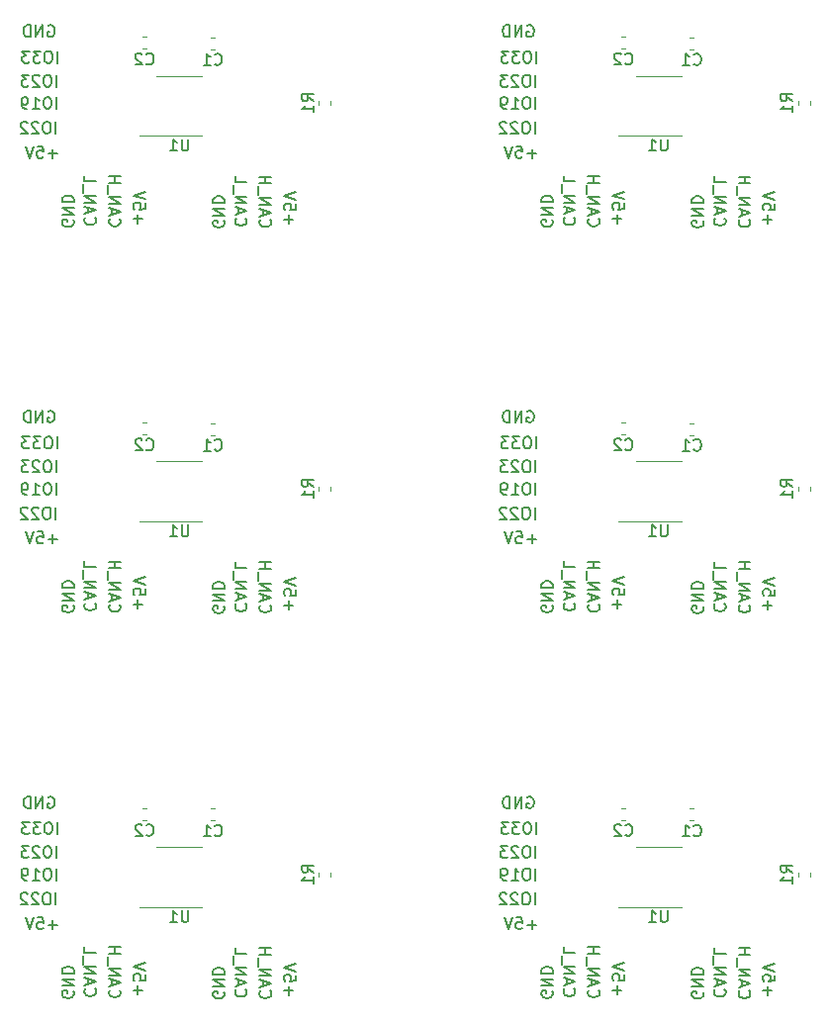
<source format=gbo>
%MOIN*%
%OFA0B0*%
%FSLAX46Y46*%
%IPPOS*%
%LPD*%
%ADD10C,0.005905511811023622*%
%ADD11C,0.0047244094488188976*%
%ADD22C,0.005905511811023622*%
%ADD23C,0.0047244094488188976*%
%ADD24C,0.005905511811023622*%
%ADD25C,0.0047244094488188976*%
%ADD26C,0.005905511811023622*%
%ADD27C,0.0047244094488188976*%
%ADD28C,0.005905511811023622*%
%ADD29C,0.0047244094488188976*%
%ADD30C,0.005905511811023622*%
%ADD31C,0.0047244094488188976*%
D10*
X0001117207Y0000326802D02*
X0001117207Y0000356798D01*
X0001102209Y0000341800D02*
X0001132205Y0000341800D01*
X0001141579Y0000394294D02*
X0001141579Y0000375546D01*
X0001122831Y0000373671D01*
X0001124706Y0000375546D01*
X0001126581Y0000379296D01*
X0001126581Y0000388669D01*
X0001124706Y0000392419D01*
X0001122831Y0000394294D01*
X0001119082Y0000396168D01*
X0001109708Y0000396168D01*
X0001105958Y0000394294D01*
X0001104084Y0000392419D01*
X0001102209Y0000388669D01*
X0001102209Y0000379296D01*
X0001104084Y0000375546D01*
X0001105958Y0000373671D01*
X0001141579Y0000407417D02*
X0001102209Y0000420540D01*
X0001141579Y0000433664D01*
X0000899704Y0000337425D02*
X0000901579Y0000333675D01*
X0000901579Y0000328051D01*
X0000899704Y0000322426D01*
X0000895955Y0000318677D01*
X0000892205Y0000316802D01*
X0000884706Y0000314927D01*
X0000879082Y0000314927D01*
X0000871583Y0000316802D01*
X0000867833Y0000318677D01*
X0000864084Y0000322426D01*
X0000862209Y0000328051D01*
X0000862209Y0000331800D01*
X0000864084Y0000337425D01*
X0000865958Y0000339299D01*
X0000879082Y0000339299D01*
X0000879082Y0000331800D01*
X0000862209Y0000356172D02*
X0000901579Y0000356172D01*
X0000862209Y0000378669D01*
X0000901579Y0000378669D01*
X0000862209Y0000397417D02*
X0000901579Y0000397417D01*
X0000901579Y0000406791D01*
X0000899704Y0000412415D01*
X0000895955Y0000416165D01*
X0000892205Y0000418039D01*
X0000884706Y0000419914D01*
X0000879082Y0000419914D01*
X0000871583Y0000418039D01*
X0000867833Y0000416165D01*
X0000864084Y0000412415D01*
X0000862209Y0000406791D01*
X0000862209Y0000397417D01*
X0000940958Y0000346178D02*
X0000939084Y0000344303D01*
X0000937209Y0000338679D01*
X0000937209Y0000334929D01*
X0000939084Y0000329305D01*
X0000942833Y0000325555D01*
X0000946583Y0000323681D01*
X0000954082Y0000321806D01*
X0000959706Y0000321806D01*
X0000967205Y0000323681D01*
X0000970955Y0000325555D01*
X0000974704Y0000329305D01*
X0000976579Y0000334929D01*
X0000976579Y0000338679D01*
X0000974704Y0000344303D01*
X0000972829Y0000346178D01*
X0000948457Y0000361176D02*
X0000948457Y0000379924D01*
X0000937209Y0000357426D02*
X0000976579Y0000370550D01*
X0000937209Y0000383673D01*
X0000937209Y0000396796D02*
X0000976579Y0000396796D01*
X0000937209Y0000419294D01*
X0000976579Y0000419294D01*
X0000933459Y0000428667D02*
X0000933459Y0000458664D01*
X0000937209Y0000486785D02*
X0000937209Y0000468038D01*
X0000976579Y0000468038D01*
X0001023458Y0000341491D02*
X0001021584Y0000339616D01*
X0001019709Y0000333992D01*
X0001019709Y0000330242D01*
X0001021584Y0000324618D01*
X0001025333Y0000320868D01*
X0001029083Y0000318994D01*
X0001036582Y0000317119D01*
X0001042206Y0000317119D01*
X0001049705Y0000318994D01*
X0001053455Y0000320868D01*
X0001057204Y0000324618D01*
X0001059079Y0000330242D01*
X0001059079Y0000333992D01*
X0001057204Y0000339616D01*
X0001055329Y0000341491D01*
X0001030957Y0000356489D02*
X0001030957Y0000375237D01*
X0001019709Y0000352740D02*
X0001059079Y0000365863D01*
X0001019709Y0000378986D01*
X0001019709Y0000392110D02*
X0001059079Y0000392110D01*
X0001019709Y0000414607D01*
X0001059079Y0000414607D01*
X0001015959Y0000423981D02*
X0001015959Y0000453977D01*
X0001019709Y0000463351D02*
X0001059079Y0000463351D01*
X0001040331Y0000463351D02*
X0001040331Y0000485848D01*
X0001019709Y0000485848D02*
X0001059079Y0000485848D01*
X0000392204Y0000339925D02*
X0000394079Y0000336175D01*
X0000394079Y0000330551D01*
X0000392204Y0000324926D01*
X0000388455Y0000321177D01*
X0000384705Y0000319302D01*
X0000377206Y0000317427D01*
X0000371582Y0000317427D01*
X0000364083Y0000319302D01*
X0000360333Y0000321177D01*
X0000356584Y0000324926D01*
X0000354709Y0000330551D01*
X0000354709Y0000334300D01*
X0000356584Y0000339925D01*
X0000358458Y0000341799D01*
X0000371582Y0000341799D01*
X0000371582Y0000334300D01*
X0000354709Y0000358672D02*
X0000394079Y0000358672D01*
X0000354709Y0000381169D01*
X0000394079Y0000381169D01*
X0000354709Y0000399917D02*
X0000394079Y0000399917D01*
X0000394079Y0000409291D01*
X0000392204Y0000414915D01*
X0000388455Y0000418665D01*
X0000384705Y0000420539D01*
X0000377206Y0000422414D01*
X0000371582Y0000422414D01*
X0000364083Y0000420539D01*
X0000360333Y0000418665D01*
X0000356584Y0000414915D01*
X0000354709Y0000409291D01*
X0000354709Y0000399917D01*
X0000433458Y0000348678D02*
X0000431584Y0000346803D01*
X0000429709Y0000341179D01*
X0000429709Y0000337429D01*
X0000431584Y0000331805D01*
X0000435333Y0000328055D01*
X0000439083Y0000326181D01*
X0000446582Y0000324306D01*
X0000452206Y0000324306D01*
X0000459705Y0000326181D01*
X0000463455Y0000328055D01*
X0000467204Y0000331805D01*
X0000469079Y0000337429D01*
X0000469079Y0000341179D01*
X0000467204Y0000346803D01*
X0000465329Y0000348678D01*
X0000440957Y0000363676D02*
X0000440957Y0000382424D01*
X0000429709Y0000359926D02*
X0000469079Y0000373050D01*
X0000429709Y0000386173D01*
X0000429709Y0000399296D02*
X0000469079Y0000399296D01*
X0000429709Y0000421794D01*
X0000469079Y0000421794D01*
X0000425959Y0000431167D02*
X0000425959Y0000461164D01*
X0000429709Y0000489285D02*
X0000429709Y0000470538D01*
X0000469079Y0000470538D01*
X0000515958Y0000343991D02*
X0000514084Y0000342116D01*
X0000512209Y0000336492D01*
X0000512209Y0000332742D01*
X0000514084Y0000327118D01*
X0000517833Y0000323368D01*
X0000521583Y0000321494D01*
X0000529082Y0000319619D01*
X0000534706Y0000319619D01*
X0000542205Y0000321494D01*
X0000545955Y0000323368D01*
X0000549704Y0000327118D01*
X0000551579Y0000332742D01*
X0000551579Y0000336492D01*
X0000549704Y0000342116D01*
X0000547829Y0000343991D01*
X0000523457Y0000358989D02*
X0000523457Y0000377737D01*
X0000512209Y0000355240D02*
X0000551579Y0000368363D01*
X0000512209Y0000381486D01*
X0000512209Y0000394610D02*
X0000551579Y0000394610D01*
X0000512209Y0000417107D01*
X0000551579Y0000417107D01*
X0000508459Y0000426481D02*
X0000508459Y0000456477D01*
X0000512209Y0000465851D02*
X0000551579Y0000465851D01*
X0000532831Y0000465851D02*
X0000532831Y0000488348D01*
X0000512209Y0000488348D02*
X0000551579Y0000488348D01*
X0000609707Y0000329302D02*
X0000609707Y0000359298D01*
X0000594709Y0000344300D02*
X0000624705Y0000344300D01*
X0000634079Y0000396794D02*
X0000634079Y0000378046D01*
X0000615331Y0000376171D01*
X0000617206Y0000378046D01*
X0000619081Y0000381796D01*
X0000619081Y0000391169D01*
X0000617206Y0000394919D01*
X0000615331Y0000396794D01*
X0000611582Y0000398668D01*
X0000602208Y0000398668D01*
X0000598458Y0000396794D01*
X0000596584Y0000394919D01*
X0000594709Y0000391169D01*
X0000594709Y0000381796D01*
X0000596584Y0000378046D01*
X0000598458Y0000376171D01*
X0000634079Y0000409917D02*
X0000594709Y0000423040D01*
X0000634079Y0000436164D01*
X0000338138Y0000564609D02*
X0000308142Y0000564609D01*
X0000323140Y0000549610D02*
X0000323140Y0000579607D01*
X0000270646Y0000588981D02*
X0000289394Y0000588981D01*
X0000291269Y0000570233D01*
X0000289394Y0000572108D01*
X0000285644Y0000573982D01*
X0000276271Y0000573982D01*
X0000272521Y0000572108D01*
X0000270646Y0000570233D01*
X0000268771Y0000566483D01*
X0000268771Y0000557110D01*
X0000270646Y0000553360D01*
X0000272521Y0000551485D01*
X0000276271Y0000549610D01*
X0000285644Y0000549610D01*
X0000289394Y0000551485D01*
X0000291269Y0000553360D01*
X0000257523Y0000588981D02*
X0000244400Y0000549610D01*
X0000231276Y0000588981D01*
X0000333137Y0000632111D02*
X0000333137Y0000671481D01*
X0000306890Y0000671481D02*
X0000299391Y0000671481D01*
X0000295642Y0000669606D01*
X0000291892Y0000665856D01*
X0000290017Y0000658357D01*
X0000290017Y0000645234D01*
X0000291892Y0000637735D01*
X0000295642Y0000633985D01*
X0000299391Y0000632111D01*
X0000306890Y0000632111D01*
X0000310640Y0000633985D01*
X0000314389Y0000637735D01*
X0000316264Y0000645234D01*
X0000316264Y0000658357D01*
X0000314389Y0000665856D01*
X0000310640Y0000669606D01*
X0000306890Y0000671481D01*
X0000275019Y0000667731D02*
X0000273144Y0000669606D01*
X0000269395Y0000671481D01*
X0000260021Y0000671481D01*
X0000256272Y0000669606D01*
X0000254397Y0000667731D01*
X0000252522Y0000663982D01*
X0000252522Y0000660232D01*
X0000254397Y0000654608D01*
X0000276894Y0000632111D01*
X0000252522Y0000632111D01*
X0000237524Y0000667731D02*
X0000235649Y0000669606D01*
X0000231900Y0000671481D01*
X0000222526Y0000671481D01*
X0000218776Y0000669606D01*
X0000216901Y0000667731D01*
X0000215027Y0000663982D01*
X0000215027Y0000660232D01*
X0000216901Y0000654608D01*
X0000239399Y0000632111D01*
X0000215027Y0000632111D01*
X0000335637Y0000714611D02*
X0000335637Y0000753981D01*
X0000309390Y0000753981D02*
X0000301891Y0000753981D01*
X0000298142Y0000752106D01*
X0000294392Y0000748356D01*
X0000292517Y0000740857D01*
X0000292517Y0000727734D01*
X0000294392Y0000720235D01*
X0000298142Y0000716485D01*
X0000301891Y0000714611D01*
X0000309390Y0000714611D01*
X0000313140Y0000716485D01*
X0000316889Y0000720235D01*
X0000318764Y0000727734D01*
X0000318764Y0000740857D01*
X0000316889Y0000748356D01*
X0000313140Y0000752106D01*
X0000309390Y0000753981D01*
X0000255022Y0000714611D02*
X0000277519Y0000714611D01*
X0000266271Y0000714611D02*
X0000266271Y0000753981D01*
X0000270020Y0000748356D01*
X0000273770Y0000744607D01*
X0000277519Y0000742732D01*
X0000236274Y0000714611D02*
X0000228775Y0000714611D01*
X0000225026Y0000716485D01*
X0000223151Y0000718360D01*
X0000219401Y0000723984D01*
X0000217527Y0000731483D01*
X0000217527Y0000746482D01*
X0000219401Y0000750231D01*
X0000221276Y0000752106D01*
X0000225026Y0000753981D01*
X0000232525Y0000753981D01*
X0000236274Y0000752106D01*
X0000238149Y0000750231D01*
X0000240024Y0000746482D01*
X0000240024Y0000737108D01*
X0000238149Y0000733358D01*
X0000236274Y0000731483D01*
X0000232525Y0000729609D01*
X0000225026Y0000729609D01*
X0000221276Y0000731483D01*
X0000219401Y0000733358D01*
X0000217527Y0000737108D01*
X0000335637Y0000789611D02*
X0000335637Y0000828981D01*
X0000309390Y0000828981D02*
X0000301891Y0000828981D01*
X0000298142Y0000827106D01*
X0000294392Y0000823356D01*
X0000292517Y0000815857D01*
X0000292517Y0000802734D01*
X0000294392Y0000795235D01*
X0000298142Y0000791485D01*
X0000301891Y0000789611D01*
X0000309390Y0000789611D01*
X0000313140Y0000791485D01*
X0000316889Y0000795235D01*
X0000318764Y0000802734D01*
X0000318764Y0000815857D01*
X0000316889Y0000823356D01*
X0000313140Y0000827106D01*
X0000309390Y0000828981D01*
X0000277519Y0000825231D02*
X0000275644Y0000827106D01*
X0000271895Y0000828981D01*
X0000262521Y0000828981D01*
X0000258772Y0000827106D01*
X0000256897Y0000825231D01*
X0000255022Y0000821482D01*
X0000255022Y0000817732D01*
X0000256897Y0000812108D01*
X0000279394Y0000789611D01*
X0000255022Y0000789611D01*
X0000241899Y0000828981D02*
X0000217527Y0000828981D01*
X0000230650Y0000813982D01*
X0000225026Y0000813982D01*
X0000221276Y0000812108D01*
X0000219401Y0000810233D01*
X0000217527Y0000806483D01*
X0000217527Y0000797110D01*
X0000219401Y0000793360D01*
X0000221276Y0000791485D01*
X0000225026Y0000789611D01*
X0000236274Y0000789611D01*
X0000240024Y0000791485D01*
X0000241899Y0000793360D01*
X0000338137Y0000869611D02*
X0000338137Y0000908981D01*
X0000311890Y0000908981D02*
X0000304391Y0000908981D01*
X0000300642Y0000907106D01*
X0000296892Y0000903356D01*
X0000295017Y0000895857D01*
X0000295017Y0000882734D01*
X0000296892Y0000875235D01*
X0000300642Y0000871485D01*
X0000304391Y0000869611D01*
X0000311890Y0000869611D01*
X0000315640Y0000871485D01*
X0000319389Y0000875235D01*
X0000321264Y0000882734D01*
X0000321264Y0000895857D01*
X0000319389Y0000903356D01*
X0000315640Y0000907106D01*
X0000311890Y0000908981D01*
X0000281894Y0000908981D02*
X0000257522Y0000908981D01*
X0000270645Y0000893982D01*
X0000265021Y0000893982D01*
X0000261272Y0000892108D01*
X0000259397Y0000890233D01*
X0000257522Y0000886483D01*
X0000257522Y0000877110D01*
X0000259397Y0000873360D01*
X0000261272Y0000871485D01*
X0000265021Y0000869611D01*
X0000276270Y0000869611D01*
X0000280019Y0000871485D01*
X0000281894Y0000873360D01*
X0000244399Y0000908981D02*
X0000220027Y0000908981D01*
X0000233150Y0000893982D01*
X0000227526Y0000893982D01*
X0000223776Y0000892108D01*
X0000221901Y0000890233D01*
X0000220027Y0000886483D01*
X0000220027Y0000877110D01*
X0000221901Y0000873360D01*
X0000223776Y0000871485D01*
X0000227526Y0000869611D01*
X0000238774Y0000869611D01*
X0000242524Y0000871485D01*
X0000244399Y0000873360D01*
X0000307515Y0000994606D02*
X0000311265Y0000996481D01*
X0000316889Y0000996481D01*
X0000322514Y0000994606D01*
X0000326263Y0000990856D01*
X0000328138Y0000987107D01*
X0000330013Y0000979608D01*
X0000330013Y0000973983D01*
X0000328138Y0000966484D01*
X0000326263Y0000962735D01*
X0000322514Y0000958985D01*
X0000316889Y0000957111D01*
X0000313140Y0000957111D01*
X0000307515Y0000958985D01*
X0000305641Y0000960860D01*
X0000305641Y0000973983D01*
X0000313140Y0000973983D01*
X0000288768Y0000957111D02*
X0000288768Y0000996481D01*
X0000266271Y0000957111D01*
X0000266271Y0000996481D01*
X0000247523Y0000957111D02*
X0000247523Y0000996481D01*
X0000238149Y0000996481D01*
X0000232525Y0000994606D01*
X0000228775Y0000990856D01*
X0000226900Y0000987107D01*
X0000225026Y0000979608D01*
X0000225026Y0000973983D01*
X0000226900Y0000966484D01*
X0000228775Y0000962735D01*
X0000232525Y0000958985D01*
X0000238149Y0000957111D01*
X0000247523Y0000957111D01*
D11*
X0001260098Y0000741112D02*
X0001260098Y0000727627D01*
X0001219940Y0000741112D02*
X0001219940Y0000727627D01*
X0000750000Y0000624133D02*
X0000614173Y0000624133D01*
X0000750000Y0000624133D02*
X0000826771Y0000624133D01*
X0000750000Y0000825708D02*
X0000673228Y0000825708D01*
X0000750000Y0000825708D02*
X0000826771Y0000825708D01*
X0000869262Y0000914842D02*
X0000855776Y0000914842D01*
X0000869262Y0000955000D02*
X0000855776Y0000955000D01*
X0000625225Y0000957480D02*
X0000638711Y0000957480D01*
X0000625225Y0000917322D02*
X0000638711Y0000917322D01*
D10*
X0001201530Y0000740931D02*
X0001182783Y0000754055D01*
X0001201530Y0000763428D02*
X0001162160Y0000763428D01*
X0001162160Y0000748430D01*
X0001164035Y0000744681D01*
X0001165910Y0000742806D01*
X0001169659Y0000740931D01*
X0001175284Y0000740931D01*
X0001179033Y0000742806D01*
X0001180908Y0000744681D01*
X0001182783Y0000748430D01*
X0001182783Y0000763428D01*
X0001201530Y0000703436D02*
X0001201530Y0000725933D01*
X0001201530Y0000714685D02*
X0001162160Y0000714685D01*
X0001167784Y0000718434D01*
X0001171534Y0000722184D01*
X0001173409Y0000725933D01*
X0000779996Y0000612622D02*
X0000779996Y0000580751D01*
X0000778121Y0000577002D01*
X0000776246Y0000575127D01*
X0000772497Y0000573252D01*
X0000764998Y0000573252D01*
X0000761248Y0000575127D01*
X0000759373Y0000577002D01*
X0000757499Y0000580751D01*
X0000757499Y0000612622D01*
X0000718128Y0000573252D02*
X0000740626Y0000573252D01*
X0000729377Y0000573252D02*
X0000729377Y0000612622D01*
X0000733127Y0000606998D01*
X0000736876Y0000603248D01*
X0000740626Y0000601374D01*
X0000869081Y0000865840D02*
X0000870956Y0000863966D01*
X0000876580Y0000862091D01*
X0000880329Y0000862091D01*
X0000885954Y0000863966D01*
X0000889703Y0000867715D01*
X0000891578Y0000871465D01*
X0000893453Y0000878964D01*
X0000893453Y0000884588D01*
X0000891578Y0000892087D01*
X0000889703Y0000895837D01*
X0000885954Y0000899586D01*
X0000880329Y0000901461D01*
X0000876580Y0000901461D01*
X0000870956Y0000899586D01*
X0000869081Y0000897711D01*
X0000831586Y0000862091D02*
X0000854083Y0000862091D01*
X0000842834Y0000862091D02*
X0000842834Y0000901461D01*
X0000846584Y0000895837D01*
X0000850333Y0000892087D01*
X0000854083Y0000890212D01*
X0000638530Y0000867041D02*
X0000640404Y0000865166D01*
X0000646029Y0000863292D01*
X0000649778Y0000863292D01*
X0000655403Y0000865166D01*
X0000659152Y0000868916D01*
X0000661027Y0000872665D01*
X0000662902Y0000880164D01*
X0000662902Y0000885789D01*
X0000661027Y0000893288D01*
X0000659152Y0000897037D01*
X0000655403Y0000900787D01*
X0000649778Y0000902662D01*
X0000646029Y0000902662D01*
X0000640404Y0000900787D01*
X0000638530Y0000898912D01*
X0000623532Y0000898912D02*
X0000621657Y0000900787D01*
X0000617907Y0000902662D01*
X0000608533Y0000902662D01*
X0000604784Y0000900787D01*
X0000602909Y0000898912D01*
X0000601034Y0000895163D01*
X0000601034Y0000891413D01*
X0000602909Y0000885789D01*
X0000625406Y0000863292D01*
X0000601034Y0000863292D01*
G04 next file*
G04 #@! TF.GenerationSoftware,KiCad,Pcbnew,(5.1.2)-1*
G04 #@! TF.CreationDate,2020-12-05T19:35:51+09:00*
G04 #@! TF.ProjectId,M5Atom_CAN,4d354174-6f6d-45f4-9341-4e2e6b696361,rev?*
G04 #@! TF.SameCoordinates,Original*
G04 #@! TF.FileFunction,Legend,Bot*
G04 #@! TF.FilePolarity,Positive*
G04 Gerber Fmt 4.6, Leading zero omitted, Abs format (unit mm)*
G04 Created by KiCad (PCBNEW (5.1.2)-1) date 2020-12-05 19:35:51*
G04 APERTURE LIST*
G04 APERTURE END LIST*
D22*
X0002731380Y0000326802D02*
X0002731380Y0000356798D01*
X0002716382Y0000341800D02*
X0002746378Y0000341800D01*
X0002755752Y0000394294D02*
X0002755752Y0000375546D01*
X0002737005Y0000373671D01*
X0002738879Y0000375546D01*
X0002740754Y0000379296D01*
X0002740754Y0000388669D01*
X0002738879Y0000392419D01*
X0002737005Y0000394294D01*
X0002733255Y0000396168D01*
X0002723881Y0000396168D01*
X0002720132Y0000394294D01*
X0002718257Y0000392419D01*
X0002716382Y0000388669D01*
X0002716382Y0000379296D01*
X0002718257Y0000375546D01*
X0002720132Y0000373671D01*
X0002755752Y0000407417D02*
X0002716382Y0000420540D01*
X0002755752Y0000433664D01*
X0002513877Y0000337425D02*
X0002515752Y0000333675D01*
X0002515752Y0000328051D01*
X0002513877Y0000322426D01*
X0002510128Y0000318677D01*
X0002506378Y0000316802D01*
X0002498879Y0000314927D01*
X0002493255Y0000314927D01*
X0002485756Y0000316802D01*
X0002482006Y0000318677D01*
X0002478257Y0000322426D01*
X0002476382Y0000328051D01*
X0002476382Y0000331800D01*
X0002478257Y0000337425D01*
X0002480132Y0000339299D01*
X0002493255Y0000339299D01*
X0002493255Y0000331800D01*
X0002476382Y0000356172D02*
X0002515752Y0000356172D01*
X0002476382Y0000378669D01*
X0002515752Y0000378669D01*
X0002476382Y0000397417D02*
X0002515752Y0000397417D01*
X0002515752Y0000406791D01*
X0002513877Y0000412415D01*
X0002510128Y0000416165D01*
X0002506378Y0000418039D01*
X0002498879Y0000419914D01*
X0002493255Y0000419914D01*
X0002485756Y0000418039D01*
X0002482006Y0000416165D01*
X0002478257Y0000412415D01*
X0002476382Y0000406791D01*
X0002476382Y0000397417D01*
X0002555132Y0000346178D02*
X0002553257Y0000344303D01*
X0002551382Y0000338679D01*
X0002551382Y0000334929D01*
X0002553257Y0000329305D01*
X0002557006Y0000325555D01*
X0002560756Y0000323681D01*
X0002568255Y0000321806D01*
X0002573879Y0000321806D01*
X0002581378Y0000323681D01*
X0002585128Y0000325555D01*
X0002588877Y0000329305D01*
X0002590752Y0000334929D01*
X0002590752Y0000338679D01*
X0002588877Y0000344303D01*
X0002587003Y0000346178D01*
X0002562631Y0000361176D02*
X0002562631Y0000379924D01*
X0002551382Y0000357426D02*
X0002590752Y0000370550D01*
X0002551382Y0000383673D01*
X0002551382Y0000396796D02*
X0002590752Y0000396796D01*
X0002551382Y0000419294D01*
X0002590752Y0000419294D01*
X0002547633Y0000428667D02*
X0002547633Y0000458664D01*
X0002551382Y0000486785D02*
X0002551382Y0000468038D01*
X0002590752Y0000468038D01*
X0002637632Y0000341491D02*
X0002635757Y0000339616D01*
X0002633882Y0000333992D01*
X0002633882Y0000330242D01*
X0002635757Y0000324618D01*
X0002639506Y0000320868D01*
X0002643256Y0000318994D01*
X0002650755Y0000317119D01*
X0002656379Y0000317119D01*
X0002663878Y0000318994D01*
X0002667628Y0000320868D01*
X0002671377Y0000324618D01*
X0002673252Y0000330242D01*
X0002673252Y0000333992D01*
X0002671377Y0000339616D01*
X0002669503Y0000341491D01*
X0002645131Y0000356489D02*
X0002645131Y0000375237D01*
X0002633882Y0000352740D02*
X0002673252Y0000365863D01*
X0002633882Y0000378986D01*
X0002633882Y0000392110D02*
X0002673252Y0000392110D01*
X0002633882Y0000414607D01*
X0002673252Y0000414607D01*
X0002630133Y0000423981D02*
X0002630133Y0000453977D01*
X0002633882Y0000463351D02*
X0002673252Y0000463351D01*
X0002654505Y0000463351D02*
X0002654505Y0000485848D01*
X0002633882Y0000485848D02*
X0002673252Y0000485848D01*
X0002006377Y0000339925D02*
X0002008252Y0000336175D01*
X0002008252Y0000330551D01*
X0002006377Y0000324926D01*
X0002002628Y0000321177D01*
X0001998878Y0000319302D01*
X0001991379Y0000317427D01*
X0001985755Y0000317427D01*
X0001978256Y0000319302D01*
X0001974506Y0000321177D01*
X0001970757Y0000324926D01*
X0001968882Y0000330551D01*
X0001968882Y0000334300D01*
X0001970757Y0000339925D01*
X0001972632Y0000341799D01*
X0001985755Y0000341799D01*
X0001985755Y0000334300D01*
X0001968882Y0000358672D02*
X0002008252Y0000358672D01*
X0001968882Y0000381169D01*
X0002008252Y0000381169D01*
X0001968882Y0000399917D02*
X0002008252Y0000399917D01*
X0002008252Y0000409291D01*
X0002006377Y0000414915D01*
X0002002628Y0000418665D01*
X0001998878Y0000420539D01*
X0001991379Y0000422414D01*
X0001985755Y0000422414D01*
X0001978256Y0000420539D01*
X0001974506Y0000418665D01*
X0001970757Y0000414915D01*
X0001968882Y0000409291D01*
X0001968882Y0000399917D01*
X0002047632Y0000348678D02*
X0002045757Y0000346803D01*
X0002043882Y0000341179D01*
X0002043882Y0000337429D01*
X0002045757Y0000331805D01*
X0002049506Y0000328055D01*
X0002053256Y0000326181D01*
X0002060755Y0000324306D01*
X0002066379Y0000324306D01*
X0002073878Y0000326181D01*
X0002077628Y0000328055D01*
X0002081377Y0000331805D01*
X0002083252Y0000337429D01*
X0002083252Y0000341179D01*
X0002081377Y0000346803D01*
X0002079503Y0000348678D01*
X0002055131Y0000363676D02*
X0002055131Y0000382424D01*
X0002043882Y0000359926D02*
X0002083252Y0000373050D01*
X0002043882Y0000386173D01*
X0002043882Y0000399296D02*
X0002083252Y0000399296D01*
X0002043882Y0000421794D01*
X0002083252Y0000421794D01*
X0002040133Y0000431167D02*
X0002040133Y0000461164D01*
X0002043882Y0000489285D02*
X0002043882Y0000470538D01*
X0002083252Y0000470538D01*
X0002130132Y0000343991D02*
X0002128257Y0000342116D01*
X0002126382Y0000336492D01*
X0002126382Y0000332742D01*
X0002128257Y0000327118D01*
X0002132006Y0000323368D01*
X0002135756Y0000321494D01*
X0002143255Y0000319619D01*
X0002148879Y0000319619D01*
X0002156378Y0000321494D01*
X0002160128Y0000323368D01*
X0002163877Y0000327118D01*
X0002165752Y0000332742D01*
X0002165752Y0000336492D01*
X0002163877Y0000342116D01*
X0002162003Y0000343991D01*
X0002137631Y0000358989D02*
X0002137631Y0000377737D01*
X0002126382Y0000355240D02*
X0002165752Y0000368363D01*
X0002126382Y0000381486D01*
X0002126382Y0000394610D02*
X0002165752Y0000394610D01*
X0002126382Y0000417107D01*
X0002165752Y0000417107D01*
X0002122633Y0000426481D02*
X0002122633Y0000456477D01*
X0002126382Y0000465851D02*
X0002165752Y0000465851D01*
X0002147005Y0000465851D02*
X0002147005Y0000488348D01*
X0002126382Y0000488348D02*
X0002165752Y0000488348D01*
X0002223880Y0000329302D02*
X0002223880Y0000359298D01*
X0002208882Y0000344300D02*
X0002238878Y0000344300D01*
X0002248252Y0000396794D02*
X0002248252Y0000378046D01*
X0002229505Y0000376171D01*
X0002231379Y0000378046D01*
X0002233254Y0000381796D01*
X0002233254Y0000391169D01*
X0002231379Y0000394919D01*
X0002229505Y0000396794D01*
X0002225755Y0000398668D01*
X0002216381Y0000398668D01*
X0002212632Y0000396794D01*
X0002210757Y0000394919D01*
X0002208882Y0000391169D01*
X0002208882Y0000381796D01*
X0002210757Y0000378046D01*
X0002212632Y0000376171D01*
X0002248252Y0000409917D02*
X0002208882Y0000423040D01*
X0002248252Y0000436164D01*
X0001952311Y0000564609D02*
X0001922315Y0000564609D01*
X0001937313Y0000549610D02*
X0001937313Y0000579607D01*
X0001884819Y0000588981D02*
X0001903567Y0000588981D01*
X0001905442Y0000570233D01*
X0001903567Y0000572108D01*
X0001899818Y0000573982D01*
X0001890444Y0000573982D01*
X0001886694Y0000572108D01*
X0001884819Y0000570233D01*
X0001882945Y0000566483D01*
X0001882945Y0000557110D01*
X0001884819Y0000553360D01*
X0001886694Y0000551485D01*
X0001890444Y0000549610D01*
X0001899818Y0000549610D01*
X0001903567Y0000551485D01*
X0001905442Y0000553360D01*
X0001871696Y0000588981D02*
X0001858573Y0000549610D01*
X0001845449Y0000588981D01*
X0001947310Y0000632111D02*
X0001947310Y0000671481D01*
X0001921063Y0000671481D02*
X0001913564Y0000671481D01*
X0001909815Y0000669606D01*
X0001906065Y0000665856D01*
X0001904191Y0000658357D01*
X0001904191Y0000645234D01*
X0001906065Y0000637735D01*
X0001909815Y0000633985D01*
X0001913564Y0000632111D01*
X0001921063Y0000632111D01*
X0001924813Y0000633985D01*
X0001928562Y0000637735D01*
X0001930437Y0000645234D01*
X0001930437Y0000658357D01*
X0001928562Y0000665856D01*
X0001924813Y0000669606D01*
X0001921063Y0000671481D01*
X0001889192Y0000667731D02*
X0001887318Y0000669606D01*
X0001883568Y0000671481D01*
X0001874194Y0000671481D01*
X0001870445Y0000669606D01*
X0001868570Y0000667731D01*
X0001866695Y0000663982D01*
X0001866695Y0000660232D01*
X0001868570Y0000654608D01*
X0001891067Y0000632111D01*
X0001866695Y0000632111D01*
X0001851697Y0000667731D02*
X0001849822Y0000669606D01*
X0001846073Y0000671481D01*
X0001836699Y0000671481D01*
X0001832949Y0000669606D01*
X0001831075Y0000667731D01*
X0001829200Y0000663982D01*
X0001829200Y0000660232D01*
X0001831075Y0000654608D01*
X0001853572Y0000632111D01*
X0001829200Y0000632111D01*
X0001949810Y0000714611D02*
X0001949810Y0000753981D01*
X0001923563Y0000753981D02*
X0001916064Y0000753981D01*
X0001912315Y0000752106D01*
X0001908565Y0000748356D01*
X0001906690Y0000740857D01*
X0001906690Y0000727734D01*
X0001908565Y0000720235D01*
X0001912315Y0000716485D01*
X0001916064Y0000714611D01*
X0001923563Y0000714611D01*
X0001927313Y0000716485D01*
X0001931062Y0000720235D01*
X0001932937Y0000727734D01*
X0001932937Y0000740857D01*
X0001931062Y0000748356D01*
X0001927313Y0000752106D01*
X0001923563Y0000753981D01*
X0001869195Y0000714611D02*
X0001891692Y0000714611D01*
X0001880444Y0000714611D02*
X0001880444Y0000753981D01*
X0001884193Y0000748356D01*
X0001887943Y0000744607D01*
X0001891692Y0000742732D01*
X0001850448Y0000714611D02*
X0001842948Y0000714611D01*
X0001839199Y0000716485D01*
X0001837324Y0000718360D01*
X0001833575Y0000723984D01*
X0001831700Y0000731483D01*
X0001831700Y0000746482D01*
X0001833575Y0000750231D01*
X0001835449Y0000752106D01*
X0001839199Y0000753981D01*
X0001846698Y0000753981D01*
X0001850448Y0000752106D01*
X0001852322Y0000750231D01*
X0001854197Y0000746482D01*
X0001854197Y0000737108D01*
X0001852322Y0000733358D01*
X0001850448Y0000731483D01*
X0001846698Y0000729609D01*
X0001839199Y0000729609D01*
X0001835449Y0000731483D01*
X0001833575Y0000733358D01*
X0001831700Y0000737108D01*
X0001949810Y0000789611D02*
X0001949810Y0000828981D01*
X0001923563Y0000828981D02*
X0001916064Y0000828981D01*
X0001912315Y0000827106D01*
X0001908565Y0000823356D01*
X0001906690Y0000815857D01*
X0001906690Y0000802734D01*
X0001908565Y0000795235D01*
X0001912315Y0000791485D01*
X0001916064Y0000789611D01*
X0001923563Y0000789611D01*
X0001927313Y0000791485D01*
X0001931062Y0000795235D01*
X0001932937Y0000802734D01*
X0001932937Y0000815857D01*
X0001931062Y0000823356D01*
X0001927313Y0000827106D01*
X0001923563Y0000828981D01*
X0001891692Y0000825231D02*
X0001889818Y0000827106D01*
X0001886068Y0000828981D01*
X0001876694Y0000828981D01*
X0001872945Y0000827106D01*
X0001871070Y0000825231D01*
X0001869195Y0000821482D01*
X0001869195Y0000817732D01*
X0001871070Y0000812108D01*
X0001893567Y0000789611D01*
X0001869195Y0000789611D01*
X0001856072Y0000828981D02*
X0001831700Y0000828981D01*
X0001844823Y0000813982D01*
X0001839199Y0000813982D01*
X0001835449Y0000812108D01*
X0001833575Y0000810233D01*
X0001831700Y0000806483D01*
X0001831700Y0000797110D01*
X0001833575Y0000793360D01*
X0001835449Y0000791485D01*
X0001839199Y0000789611D01*
X0001850448Y0000789611D01*
X0001854197Y0000791485D01*
X0001856072Y0000793360D01*
X0001952310Y0000869611D02*
X0001952310Y0000908981D01*
X0001926063Y0000908981D02*
X0001918564Y0000908981D01*
X0001914815Y0000907106D01*
X0001911065Y0000903356D01*
X0001909190Y0000895857D01*
X0001909190Y0000882734D01*
X0001911065Y0000875235D01*
X0001914815Y0000871485D01*
X0001918564Y0000869611D01*
X0001926063Y0000869611D01*
X0001929813Y0000871485D01*
X0001933562Y0000875235D01*
X0001935437Y0000882734D01*
X0001935437Y0000895857D01*
X0001933562Y0000903356D01*
X0001929813Y0000907106D01*
X0001926063Y0000908981D01*
X0001896067Y0000908981D02*
X0001871695Y0000908981D01*
X0001884819Y0000893982D01*
X0001879194Y0000893982D01*
X0001875445Y0000892108D01*
X0001873570Y0000890233D01*
X0001871695Y0000886483D01*
X0001871695Y0000877110D01*
X0001873570Y0000873360D01*
X0001875445Y0000871485D01*
X0001879194Y0000869611D01*
X0001890443Y0000869611D01*
X0001894192Y0000871485D01*
X0001896067Y0000873360D01*
X0001858572Y0000908981D02*
X0001834200Y0000908981D01*
X0001847323Y0000893982D01*
X0001841699Y0000893982D01*
X0001837949Y0000892108D01*
X0001836075Y0000890233D01*
X0001834200Y0000886483D01*
X0001834200Y0000877110D01*
X0001836075Y0000873360D01*
X0001837949Y0000871485D01*
X0001841699Y0000869611D01*
X0001852947Y0000869611D01*
X0001856697Y0000871485D01*
X0001858572Y0000873360D01*
X0001921689Y0000994606D02*
X0001925438Y0000996481D01*
X0001931062Y0000996481D01*
X0001936687Y0000994606D01*
X0001940436Y0000990856D01*
X0001942311Y0000987107D01*
X0001944186Y0000979608D01*
X0001944186Y0000973983D01*
X0001942311Y0000966484D01*
X0001940436Y0000962735D01*
X0001936687Y0000958985D01*
X0001931062Y0000957111D01*
X0001927313Y0000957111D01*
X0001921689Y0000958985D01*
X0001919814Y0000960860D01*
X0001919814Y0000973983D01*
X0001927313Y0000973983D01*
X0001902941Y0000957111D02*
X0001902941Y0000996481D01*
X0001880444Y0000957111D01*
X0001880444Y0000996481D01*
X0001861696Y0000957111D02*
X0001861696Y0000996481D01*
X0001852322Y0000996481D01*
X0001846698Y0000994606D01*
X0001842948Y0000990856D01*
X0001841074Y0000987107D01*
X0001839199Y0000979608D01*
X0001839199Y0000973983D01*
X0001841074Y0000966484D01*
X0001842948Y0000962735D01*
X0001846698Y0000958985D01*
X0001852322Y0000957111D01*
X0001861696Y0000957111D01*
D23*
X0002874271Y0000741112D02*
X0002874271Y0000727627D01*
X0002834114Y0000741112D02*
X0002834114Y0000727627D01*
X0002364173Y0000624133D02*
X0002228346Y0000624133D01*
X0002364173Y0000624133D02*
X0002440944Y0000624133D01*
X0002364173Y0000825708D02*
X0002287401Y0000825708D01*
X0002364173Y0000825708D02*
X0002440944Y0000825708D01*
X0002483435Y0000914842D02*
X0002469950Y0000914842D01*
X0002483435Y0000955000D02*
X0002469950Y0000955000D01*
X0002239398Y0000957480D02*
X0002252884Y0000957480D01*
X0002239398Y0000917322D02*
X0002252884Y0000917322D01*
D22*
X0002815703Y0000740931D02*
X0002796956Y0000754055D01*
X0002815703Y0000763428D02*
X0002776333Y0000763428D01*
X0002776333Y0000748430D01*
X0002778208Y0000744681D01*
X0002780083Y0000742806D01*
X0002783832Y0000740931D01*
X0002789457Y0000740931D01*
X0002793206Y0000742806D01*
X0002795081Y0000744681D01*
X0002796956Y0000748430D01*
X0002796956Y0000763428D01*
X0002815703Y0000703436D02*
X0002815703Y0000725933D01*
X0002815703Y0000714685D02*
X0002776333Y0000714685D01*
X0002781958Y0000718434D01*
X0002785707Y0000722184D01*
X0002787582Y0000725933D01*
X0002394169Y0000612622D02*
X0002394169Y0000580751D01*
X0002392294Y0000577002D01*
X0002390419Y0000575127D01*
X0002386670Y0000573252D01*
X0002379171Y0000573252D01*
X0002375421Y0000575127D01*
X0002373547Y0000577002D01*
X0002371672Y0000580751D01*
X0002371672Y0000612622D01*
X0002332302Y0000573252D02*
X0002354799Y0000573252D01*
X0002343550Y0000573252D02*
X0002343550Y0000612622D01*
X0002347300Y0000606998D01*
X0002351049Y0000603248D01*
X0002354799Y0000601374D01*
X0002483254Y0000865840D02*
X0002485129Y0000863966D01*
X0002490753Y0000862091D01*
X0002494503Y0000862091D01*
X0002500127Y0000863966D01*
X0002503877Y0000867715D01*
X0002505751Y0000871465D01*
X0002507626Y0000878964D01*
X0002507626Y0000884588D01*
X0002505751Y0000892087D01*
X0002503877Y0000895837D01*
X0002500127Y0000899586D01*
X0002494503Y0000901461D01*
X0002490753Y0000901461D01*
X0002485129Y0000899586D01*
X0002483254Y0000897711D01*
X0002445759Y0000862091D02*
X0002468256Y0000862091D01*
X0002457007Y0000862091D02*
X0002457007Y0000901461D01*
X0002460757Y0000895837D01*
X0002464506Y0000892087D01*
X0002468256Y0000890212D01*
X0002252703Y0000867041D02*
X0002254578Y0000865166D01*
X0002260202Y0000863292D01*
X0002263951Y0000863292D01*
X0002269576Y0000865166D01*
X0002273325Y0000868916D01*
X0002275200Y0000872665D01*
X0002277075Y0000880164D01*
X0002277075Y0000885789D01*
X0002275200Y0000893288D01*
X0002273325Y0000897037D01*
X0002269576Y0000900787D01*
X0002263951Y0000902662D01*
X0002260202Y0000902662D01*
X0002254578Y0000900787D01*
X0002252703Y0000898912D01*
X0002237705Y0000898912D02*
X0002235830Y0000900787D01*
X0002232080Y0000902662D01*
X0002222707Y0000902662D01*
X0002218957Y0000900787D01*
X0002217082Y0000898912D01*
X0002215208Y0000895163D01*
X0002215208Y0000891413D01*
X0002217082Y0000885789D01*
X0002239580Y0000863292D01*
X0002215208Y0000863292D01*
G04 next file*
G04 #@! TF.GenerationSoftware,KiCad,Pcbnew,(5.1.2)-1*
G04 #@! TF.CreationDate,2020-12-05T19:35:51+09:00*
G04 #@! TF.ProjectId,M5Atom_CAN,4d354174-6f6d-45f4-9341-4e2e6b696361,rev?*
G04 #@! TF.SameCoordinates,Original*
G04 #@! TF.FileFunction,Legend,Bot*
G04 #@! TF.FilePolarity,Positive*
G04 Gerber Fmt 4.6, Leading zero omitted, Abs format (unit mm)*
G04 Created by KiCad (PCBNEW (5.1.2)-1) date 2020-12-05 19:35:51*
G04 APERTURE LIST*
G04 APERTURE END LIST*
D24*
X0001117207Y0001626015D02*
X0001117207Y0001656011D01*
X0001102209Y0001641013D02*
X0001132205Y0001641013D01*
X0001141579Y0001693506D02*
X0001141579Y0001674759D01*
X0001122831Y0001672884D01*
X0001124706Y0001674759D01*
X0001126581Y0001678508D01*
X0001126581Y0001687882D01*
X0001124706Y0001691632D01*
X0001122831Y0001693506D01*
X0001119082Y0001695381D01*
X0001109708Y0001695381D01*
X0001105958Y0001693506D01*
X0001104084Y0001691632D01*
X0001102209Y0001687882D01*
X0001102209Y0001678508D01*
X0001104084Y0001674759D01*
X0001105958Y0001672884D01*
X0001141579Y0001706630D02*
X0001102209Y0001719753D01*
X0001141579Y0001732876D01*
X0000899704Y0001636637D02*
X0000901579Y0001632888D01*
X0000901579Y0001627263D01*
X0000899704Y0001621639D01*
X0000895955Y0001617889D01*
X0000892205Y0001616015D01*
X0000884706Y0001614140D01*
X0000879082Y0001614140D01*
X0000871583Y0001616015D01*
X0000867833Y0001617889D01*
X0000864084Y0001621639D01*
X0000862209Y0001627263D01*
X0000862209Y0001631013D01*
X0000864084Y0001636637D01*
X0000865958Y0001638512D01*
X0000879082Y0001638512D01*
X0000879082Y0001631013D01*
X0000862209Y0001655385D02*
X0000901579Y0001655385D01*
X0000862209Y0001677882D01*
X0000901579Y0001677882D01*
X0000862209Y0001696630D02*
X0000901579Y0001696630D01*
X0000901579Y0001706003D01*
X0000899704Y0001711628D01*
X0000895955Y0001715377D01*
X0000892205Y0001717252D01*
X0000884706Y0001719127D01*
X0000879082Y0001719127D01*
X0000871583Y0001717252D01*
X0000867833Y0001715377D01*
X0000864084Y0001711628D01*
X0000862209Y0001706003D01*
X0000862209Y0001696630D01*
X0000940958Y0001645390D02*
X0000939084Y0001643516D01*
X0000937209Y0001637891D01*
X0000937209Y0001634142D01*
X0000939084Y0001628518D01*
X0000942833Y0001624768D01*
X0000946583Y0001622893D01*
X0000954082Y0001621018D01*
X0000959706Y0001621018D01*
X0000967205Y0001622893D01*
X0000970955Y0001624768D01*
X0000974704Y0001628518D01*
X0000976579Y0001634142D01*
X0000976579Y0001637891D01*
X0000974704Y0001643516D01*
X0000972829Y0001645390D01*
X0000948457Y0001660388D02*
X0000948457Y0001679136D01*
X0000937209Y0001656639D02*
X0000976579Y0001669762D01*
X0000937209Y0001682886D01*
X0000937209Y0001696009D02*
X0000976579Y0001696009D01*
X0000937209Y0001718506D01*
X0000976579Y0001718506D01*
X0000933459Y0001727880D02*
X0000933459Y0001757876D01*
X0000937209Y0001785998D02*
X0000937209Y0001767250D01*
X0000976579Y0001767250D01*
X0001023458Y0001640703D02*
X0001021584Y0001638829D01*
X0001019709Y0001633204D01*
X0001019709Y0001629455D01*
X0001021584Y0001623831D01*
X0001025333Y0001620081D01*
X0001029083Y0001618206D01*
X0001036582Y0001616332D01*
X0001042206Y0001616332D01*
X0001049705Y0001618206D01*
X0001053455Y0001620081D01*
X0001057204Y0001623831D01*
X0001059079Y0001629455D01*
X0001059079Y0001633204D01*
X0001057204Y0001638829D01*
X0001055329Y0001640703D01*
X0001030957Y0001655702D02*
X0001030957Y0001674449D01*
X0001019709Y0001651952D02*
X0001059079Y0001665075D01*
X0001019709Y0001678199D01*
X0001019709Y0001691322D02*
X0001059079Y0001691322D01*
X0001019709Y0001713819D01*
X0001059079Y0001713819D01*
X0001015959Y0001723193D02*
X0001015959Y0001753189D01*
X0001019709Y0001762563D02*
X0001059079Y0001762563D01*
X0001040331Y0001762563D02*
X0001040331Y0001785060D01*
X0001019709Y0001785060D02*
X0001059079Y0001785060D01*
X0000392204Y0001639137D02*
X0000394079Y0001635388D01*
X0000394079Y0001629763D01*
X0000392204Y0001624139D01*
X0000388455Y0001620389D01*
X0000384705Y0001618515D01*
X0000377206Y0001616640D01*
X0000371582Y0001616640D01*
X0000364083Y0001618515D01*
X0000360333Y0001620389D01*
X0000356584Y0001624139D01*
X0000354709Y0001629763D01*
X0000354709Y0001633513D01*
X0000356584Y0001639137D01*
X0000358458Y0001641012D01*
X0000371582Y0001641012D01*
X0000371582Y0001633513D01*
X0000354709Y0001657885D02*
X0000394079Y0001657885D01*
X0000354709Y0001680382D01*
X0000394079Y0001680382D01*
X0000354709Y0001699130D02*
X0000394079Y0001699130D01*
X0000394079Y0001708503D01*
X0000392204Y0001714128D01*
X0000388455Y0001717877D01*
X0000384705Y0001719752D01*
X0000377206Y0001721627D01*
X0000371582Y0001721627D01*
X0000364083Y0001719752D01*
X0000360333Y0001717877D01*
X0000356584Y0001714128D01*
X0000354709Y0001708503D01*
X0000354709Y0001699130D01*
X0000433458Y0001647890D02*
X0000431584Y0001646016D01*
X0000429709Y0001640391D01*
X0000429709Y0001636642D01*
X0000431584Y0001631017D01*
X0000435333Y0001627268D01*
X0000439083Y0001625393D01*
X0000446582Y0001623518D01*
X0000452206Y0001623518D01*
X0000459705Y0001625393D01*
X0000463455Y0001627268D01*
X0000467204Y0001631017D01*
X0000469079Y0001636642D01*
X0000469079Y0001640391D01*
X0000467204Y0001646016D01*
X0000465329Y0001647890D01*
X0000440957Y0001662889D02*
X0000440957Y0001681636D01*
X0000429709Y0001659139D02*
X0000469079Y0001672262D01*
X0000429709Y0001685386D01*
X0000429709Y0001698509D02*
X0000469079Y0001698509D01*
X0000429709Y0001721006D01*
X0000469079Y0001721006D01*
X0000425959Y0001730380D02*
X0000425959Y0001760376D01*
X0000429709Y0001788498D02*
X0000429709Y0001769750D01*
X0000469079Y0001769750D01*
X0000515958Y0001643203D02*
X0000514084Y0001641329D01*
X0000512209Y0001635704D01*
X0000512209Y0001631955D01*
X0000514084Y0001626331D01*
X0000517833Y0001622581D01*
X0000521583Y0001620706D01*
X0000529082Y0001618832D01*
X0000534706Y0001618832D01*
X0000542205Y0001620706D01*
X0000545955Y0001622581D01*
X0000549704Y0001626331D01*
X0000551579Y0001631955D01*
X0000551579Y0001635704D01*
X0000549704Y0001641329D01*
X0000547829Y0001643203D01*
X0000523457Y0001658202D02*
X0000523457Y0001676949D01*
X0000512209Y0001654452D02*
X0000551579Y0001667575D01*
X0000512209Y0001680699D01*
X0000512209Y0001693822D02*
X0000551579Y0001693822D01*
X0000512209Y0001716319D01*
X0000551579Y0001716319D01*
X0000508459Y0001725693D02*
X0000508459Y0001755689D01*
X0000512209Y0001765063D02*
X0000551579Y0001765063D01*
X0000532831Y0001765063D02*
X0000532831Y0001787560D01*
X0000512209Y0001787560D02*
X0000551579Y0001787560D01*
X0000609707Y0001628515D02*
X0000609707Y0001658511D01*
X0000594709Y0001643513D02*
X0000624705Y0001643513D01*
X0000634079Y0001696006D02*
X0000634079Y0001677259D01*
X0000615331Y0001675384D01*
X0000617206Y0001677259D01*
X0000619081Y0001681008D01*
X0000619081Y0001690382D01*
X0000617206Y0001694132D01*
X0000615331Y0001696006D01*
X0000611582Y0001697881D01*
X0000602208Y0001697881D01*
X0000598458Y0001696006D01*
X0000596584Y0001694132D01*
X0000594709Y0001690382D01*
X0000594709Y0001681008D01*
X0000596584Y0001677259D01*
X0000598458Y0001675384D01*
X0000634079Y0001709130D02*
X0000594709Y0001722253D01*
X0000634079Y0001735376D01*
X0000338138Y0001863821D02*
X0000308142Y0001863821D01*
X0000323140Y0001848823D02*
X0000323140Y0001878819D01*
X0000270646Y0001888193D02*
X0000289394Y0001888193D01*
X0000291269Y0001869445D01*
X0000289394Y0001871320D01*
X0000285644Y0001873195D01*
X0000276271Y0001873195D01*
X0000272521Y0001871320D01*
X0000270646Y0001869445D01*
X0000268771Y0001865696D01*
X0000268771Y0001856322D01*
X0000270646Y0001852573D01*
X0000272521Y0001850698D01*
X0000276271Y0001848823D01*
X0000285644Y0001848823D01*
X0000289394Y0001850698D01*
X0000291269Y0001852573D01*
X0000257523Y0001888193D02*
X0000244400Y0001848823D01*
X0000231276Y0001888193D01*
X0000333137Y0001931323D02*
X0000333137Y0001970693D01*
X0000306890Y0001970693D02*
X0000299391Y0001970693D01*
X0000295642Y0001968818D01*
X0000291892Y0001965069D01*
X0000290017Y0001957570D01*
X0000290017Y0001944446D01*
X0000291892Y0001936947D01*
X0000295642Y0001933198D01*
X0000299391Y0001931323D01*
X0000306890Y0001931323D01*
X0000310640Y0001933198D01*
X0000314389Y0001936947D01*
X0000316264Y0001944446D01*
X0000316264Y0001957570D01*
X0000314389Y0001965069D01*
X0000310640Y0001968818D01*
X0000306890Y0001970693D01*
X0000275019Y0001966944D02*
X0000273144Y0001968818D01*
X0000269395Y0001970693D01*
X0000260021Y0001970693D01*
X0000256272Y0001968818D01*
X0000254397Y0001966944D01*
X0000252522Y0001963194D01*
X0000252522Y0001959445D01*
X0000254397Y0001953820D01*
X0000276894Y0001931323D01*
X0000252522Y0001931323D01*
X0000237524Y0001966944D02*
X0000235649Y0001968818D01*
X0000231900Y0001970693D01*
X0000222526Y0001970693D01*
X0000218776Y0001968818D01*
X0000216901Y0001966944D01*
X0000215027Y0001963194D01*
X0000215027Y0001959445D01*
X0000216901Y0001953820D01*
X0000239399Y0001931323D01*
X0000215027Y0001931323D01*
X0000335637Y0002013823D02*
X0000335637Y0002053193D01*
X0000309390Y0002053193D02*
X0000301891Y0002053193D01*
X0000298142Y0002051318D01*
X0000294392Y0002047569D01*
X0000292517Y0002040070D01*
X0000292517Y0002026946D01*
X0000294392Y0002019447D01*
X0000298142Y0002015698D01*
X0000301891Y0002013823D01*
X0000309390Y0002013823D01*
X0000313140Y0002015698D01*
X0000316889Y0002019447D01*
X0000318764Y0002026946D01*
X0000318764Y0002040070D01*
X0000316889Y0002047569D01*
X0000313140Y0002051318D01*
X0000309390Y0002053193D01*
X0000255022Y0002013823D02*
X0000277519Y0002013823D01*
X0000266271Y0002013823D02*
X0000266271Y0002053193D01*
X0000270020Y0002047569D01*
X0000273770Y0002043819D01*
X0000277519Y0002041945D01*
X0000236274Y0002013823D02*
X0000228775Y0002013823D01*
X0000225026Y0002015698D01*
X0000223151Y0002017573D01*
X0000219401Y0002023197D01*
X0000217527Y0002030696D01*
X0000217527Y0002045694D01*
X0000219401Y0002049444D01*
X0000221276Y0002051318D01*
X0000225026Y0002053193D01*
X0000232525Y0002053193D01*
X0000236274Y0002051318D01*
X0000238149Y0002049444D01*
X0000240024Y0002045694D01*
X0000240024Y0002036320D01*
X0000238149Y0002032571D01*
X0000236274Y0002030696D01*
X0000232525Y0002028821D01*
X0000225026Y0002028821D01*
X0000221276Y0002030696D01*
X0000219401Y0002032571D01*
X0000217527Y0002036320D01*
X0000335637Y0002088823D02*
X0000335637Y0002128193D01*
X0000309390Y0002128193D02*
X0000301891Y0002128193D01*
X0000298142Y0002126318D01*
X0000294392Y0002122569D01*
X0000292517Y0002115070D01*
X0000292517Y0002101946D01*
X0000294392Y0002094447D01*
X0000298142Y0002090698D01*
X0000301891Y0002088823D01*
X0000309390Y0002088823D01*
X0000313140Y0002090698D01*
X0000316889Y0002094447D01*
X0000318764Y0002101946D01*
X0000318764Y0002115070D01*
X0000316889Y0002122569D01*
X0000313140Y0002126318D01*
X0000309390Y0002128193D01*
X0000277519Y0002124444D02*
X0000275644Y0002126318D01*
X0000271895Y0002128193D01*
X0000262521Y0002128193D01*
X0000258772Y0002126318D01*
X0000256897Y0002124444D01*
X0000255022Y0002120694D01*
X0000255022Y0002116945D01*
X0000256897Y0002111320D01*
X0000279394Y0002088823D01*
X0000255022Y0002088823D01*
X0000241899Y0002128193D02*
X0000217527Y0002128193D01*
X0000230650Y0002113195D01*
X0000225026Y0002113195D01*
X0000221276Y0002111320D01*
X0000219401Y0002109446D01*
X0000217527Y0002105696D01*
X0000217527Y0002096322D01*
X0000219401Y0002092573D01*
X0000221276Y0002090698D01*
X0000225026Y0002088823D01*
X0000236274Y0002088823D01*
X0000240024Y0002090698D01*
X0000241899Y0002092573D01*
X0000338137Y0002168823D02*
X0000338137Y0002208193D01*
X0000311890Y0002208193D02*
X0000304391Y0002208193D01*
X0000300642Y0002206318D01*
X0000296892Y0002202569D01*
X0000295017Y0002195070D01*
X0000295017Y0002181946D01*
X0000296892Y0002174447D01*
X0000300642Y0002170698D01*
X0000304391Y0002168823D01*
X0000311890Y0002168823D01*
X0000315640Y0002170698D01*
X0000319389Y0002174447D01*
X0000321264Y0002181946D01*
X0000321264Y0002195070D01*
X0000319389Y0002202569D01*
X0000315640Y0002206318D01*
X0000311890Y0002208193D01*
X0000281894Y0002208193D02*
X0000257522Y0002208193D01*
X0000270645Y0002193195D01*
X0000265021Y0002193195D01*
X0000261272Y0002191320D01*
X0000259397Y0002189446D01*
X0000257522Y0002185696D01*
X0000257522Y0002176322D01*
X0000259397Y0002172573D01*
X0000261272Y0002170698D01*
X0000265021Y0002168823D01*
X0000276270Y0002168823D01*
X0000280019Y0002170698D01*
X0000281894Y0002172573D01*
X0000244399Y0002208193D02*
X0000220027Y0002208193D01*
X0000233150Y0002193195D01*
X0000227526Y0002193195D01*
X0000223776Y0002191320D01*
X0000221901Y0002189446D01*
X0000220027Y0002185696D01*
X0000220027Y0002176322D01*
X0000221901Y0002172573D01*
X0000223776Y0002170698D01*
X0000227526Y0002168823D01*
X0000238774Y0002168823D01*
X0000242524Y0002170698D01*
X0000244399Y0002172573D01*
X0000307515Y0002293818D02*
X0000311265Y0002295693D01*
X0000316889Y0002295693D01*
X0000322514Y0002293818D01*
X0000326263Y0002290069D01*
X0000328138Y0002286319D01*
X0000330013Y0002278820D01*
X0000330013Y0002273196D01*
X0000328138Y0002265697D01*
X0000326263Y0002261947D01*
X0000322514Y0002258198D01*
X0000316889Y0002256323D01*
X0000313140Y0002256323D01*
X0000307515Y0002258198D01*
X0000305641Y0002260073D01*
X0000305641Y0002273196D01*
X0000313140Y0002273196D01*
X0000288768Y0002256323D02*
X0000288768Y0002295693D01*
X0000266271Y0002256323D01*
X0000266271Y0002295693D01*
X0000247523Y0002256323D02*
X0000247523Y0002295693D01*
X0000238149Y0002295693D01*
X0000232525Y0002293818D01*
X0000228775Y0002290069D01*
X0000226900Y0002286319D01*
X0000225026Y0002278820D01*
X0000225026Y0002273196D01*
X0000226900Y0002265697D01*
X0000228775Y0002261947D01*
X0000232525Y0002258198D01*
X0000238149Y0002256323D01*
X0000247523Y0002256323D01*
D25*
X0001260098Y0002040325D02*
X0001260098Y0002026839D01*
X0001219940Y0002040325D02*
X0001219940Y0002026839D01*
X0000750000Y0001923346D02*
X0000614173Y0001923346D01*
X0000750000Y0001923346D02*
X0000826771Y0001923346D01*
X0000750000Y0002124921D02*
X0000673228Y0002124921D01*
X0000750000Y0002124921D02*
X0000826771Y0002124921D01*
X0000869262Y0002214055D02*
X0000855776Y0002214055D01*
X0000869262Y0002254212D02*
X0000855776Y0002254212D01*
X0000625225Y0002256692D02*
X0000638711Y0002256692D01*
X0000625225Y0002216535D02*
X0000638711Y0002216535D01*
D24*
X0001201530Y0002040144D02*
X0001182783Y0002053267D01*
X0001201530Y0002062641D02*
X0001162160Y0002062641D01*
X0001162160Y0002047643D01*
X0001164035Y0002043893D01*
X0001165910Y0002042019D01*
X0001169659Y0002040144D01*
X0001175284Y0002040144D01*
X0001179033Y0002042019D01*
X0001180908Y0002043893D01*
X0001182783Y0002047643D01*
X0001182783Y0002062641D01*
X0001201530Y0002002649D02*
X0001201530Y0002025146D01*
X0001201530Y0002013897D02*
X0001162160Y0002013897D01*
X0001167784Y0002017647D01*
X0001171534Y0002021396D01*
X0001173409Y0002025146D01*
X0000779996Y0001911835D02*
X0000779996Y0001879964D01*
X0000778121Y0001876214D01*
X0000776246Y0001874340D01*
X0000772497Y0001872465D01*
X0000764998Y0001872465D01*
X0000761248Y0001874340D01*
X0000759373Y0001876214D01*
X0000757499Y0001879964D01*
X0000757499Y0001911835D01*
X0000718128Y0001872465D02*
X0000740626Y0001872465D01*
X0000729377Y0001872465D02*
X0000729377Y0001911835D01*
X0000733127Y0001906211D01*
X0000736876Y0001902461D01*
X0000740626Y0001900586D01*
X0000869081Y0002165053D02*
X0000870956Y0002163178D01*
X0000876580Y0002161303D01*
X0000880329Y0002161303D01*
X0000885954Y0002163178D01*
X0000889703Y0002166928D01*
X0000891578Y0002170677D01*
X0000893453Y0002178176D01*
X0000893453Y0002183801D01*
X0000891578Y0002191300D01*
X0000889703Y0002195049D01*
X0000885954Y0002198799D01*
X0000880329Y0002200674D01*
X0000876580Y0002200674D01*
X0000870956Y0002198799D01*
X0000869081Y0002196924D01*
X0000831586Y0002161303D02*
X0000854083Y0002161303D01*
X0000842834Y0002161303D02*
X0000842834Y0002200674D01*
X0000846584Y0002195049D01*
X0000850333Y0002191300D01*
X0000854083Y0002189425D01*
X0000638530Y0002166254D02*
X0000640404Y0002164379D01*
X0000646029Y0002162504D01*
X0000649778Y0002162504D01*
X0000655403Y0002164379D01*
X0000659152Y0002168129D01*
X0000661027Y0002171878D01*
X0000662902Y0002179377D01*
X0000662902Y0002185001D01*
X0000661027Y0002192500D01*
X0000659152Y0002196250D01*
X0000655403Y0002199999D01*
X0000649778Y0002201874D01*
X0000646029Y0002201874D01*
X0000640404Y0002199999D01*
X0000638530Y0002198125D01*
X0000623532Y0002198125D02*
X0000621657Y0002199999D01*
X0000617907Y0002201874D01*
X0000608533Y0002201874D01*
X0000604784Y0002199999D01*
X0000602909Y0002198125D01*
X0000601034Y0002194375D01*
X0000601034Y0002190626D01*
X0000602909Y0002185001D01*
X0000625406Y0002162504D01*
X0000601034Y0002162504D01*
G04 next file*
G04 #@! TF.GenerationSoftware,KiCad,Pcbnew,(5.1.2)-1*
G04 #@! TF.CreationDate,2020-12-05T19:35:51+09:00*
G04 #@! TF.ProjectId,M5Atom_CAN,4d354174-6f6d-45f4-9341-4e2e6b696361,rev?*
G04 #@! TF.SameCoordinates,Original*
G04 #@! TF.FileFunction,Legend,Bot*
G04 #@! TF.FilePolarity,Positive*
G04 Gerber Fmt 4.6, Leading zero omitted, Abs format (unit mm)*
G04 Created by KiCad (PCBNEW (5.1.2)-1) date 2020-12-05 19:35:51*
G04 APERTURE LIST*
G04 APERTURE END LIST*
D26*
X0001117207Y0002925227D02*
X0001117207Y0002955224D01*
X0001102209Y0002940225D02*
X0001132205Y0002940225D01*
X0001141579Y0002992719D02*
X0001141579Y0002973971D01*
X0001122831Y0002972096D01*
X0001124706Y0002973971D01*
X0001126581Y0002977721D01*
X0001126581Y0002987095D01*
X0001124706Y0002990844D01*
X0001122831Y0002992719D01*
X0001119082Y0002994594D01*
X0001109708Y0002994594D01*
X0001105958Y0002992719D01*
X0001104084Y0002990844D01*
X0001102209Y0002987095D01*
X0001102209Y0002977721D01*
X0001104084Y0002973971D01*
X0001105958Y0002972096D01*
X0001141579Y0003005842D02*
X0001102209Y0003018966D01*
X0001141579Y0003032089D01*
X0000899704Y0002935850D02*
X0000901579Y0002932100D01*
X0000901579Y0002926476D01*
X0000899704Y0002920852D01*
X0000895955Y0002917102D01*
X0000892205Y0002915227D01*
X0000884706Y0002913353D01*
X0000879082Y0002913353D01*
X0000871583Y0002915227D01*
X0000867833Y0002917102D01*
X0000864084Y0002920852D01*
X0000862209Y0002926476D01*
X0000862209Y0002930225D01*
X0000864084Y0002935850D01*
X0000865958Y0002937724D01*
X0000879082Y0002937724D01*
X0000879082Y0002930225D01*
X0000862209Y0002954597D02*
X0000901579Y0002954597D01*
X0000862209Y0002977095D01*
X0000901579Y0002977095D01*
X0000862209Y0002995842D02*
X0000901579Y0002995842D01*
X0000901579Y0003005216D01*
X0000899704Y0003010840D01*
X0000895955Y0003014590D01*
X0000892205Y0003016465D01*
X0000884706Y0003018339D01*
X0000879082Y0003018339D01*
X0000871583Y0003016465D01*
X0000867833Y0003014590D01*
X0000864084Y0003010840D01*
X0000862209Y0003005216D01*
X0000862209Y0002995842D01*
X0000940958Y0002944603D02*
X0000939084Y0002942728D01*
X0000937209Y0002937104D01*
X0000937209Y0002933354D01*
X0000939084Y0002927730D01*
X0000942833Y0002923981D01*
X0000946583Y0002922106D01*
X0000954082Y0002920231D01*
X0000959706Y0002920231D01*
X0000967205Y0002922106D01*
X0000970955Y0002923981D01*
X0000974704Y0002927730D01*
X0000976579Y0002933354D01*
X0000976579Y0002937104D01*
X0000974704Y0002942728D01*
X0000972829Y0002944603D01*
X0000948457Y0002959601D02*
X0000948457Y0002978349D01*
X0000937209Y0002955852D02*
X0000976579Y0002968975D01*
X0000937209Y0002982098D01*
X0000937209Y0002995222D02*
X0000976579Y0002995222D01*
X0000937209Y0003017719D01*
X0000976579Y0003017719D01*
X0000933459Y0003027093D02*
X0000933459Y0003057089D01*
X0000937209Y0003085210D02*
X0000937209Y0003066463D01*
X0000976579Y0003066463D01*
X0001023458Y0002939916D02*
X0001021584Y0002938041D01*
X0001019709Y0002932417D01*
X0001019709Y0002928667D01*
X0001021584Y0002923043D01*
X0001025333Y0002919294D01*
X0001029083Y0002917419D01*
X0001036582Y0002915544D01*
X0001042206Y0002915544D01*
X0001049705Y0002917419D01*
X0001053455Y0002919294D01*
X0001057204Y0002923043D01*
X0001059079Y0002928667D01*
X0001059079Y0002932417D01*
X0001057204Y0002938041D01*
X0001055329Y0002939916D01*
X0001030957Y0002954914D02*
X0001030957Y0002973662D01*
X0001019709Y0002951165D02*
X0001059079Y0002964288D01*
X0001019709Y0002977411D01*
X0001019709Y0002990535D02*
X0001059079Y0002990535D01*
X0001019709Y0003013032D01*
X0001059079Y0003013032D01*
X0001015959Y0003022406D02*
X0001015959Y0003052402D01*
X0001019709Y0003061776D02*
X0001059079Y0003061776D01*
X0001040331Y0003061776D02*
X0001040331Y0003084273D01*
X0001019709Y0003084273D02*
X0001059079Y0003084273D01*
X0000392204Y0002938350D02*
X0000394079Y0002934600D01*
X0000394079Y0002928976D01*
X0000392204Y0002923352D01*
X0000388455Y0002919602D01*
X0000384705Y0002917727D01*
X0000377206Y0002915853D01*
X0000371582Y0002915853D01*
X0000364083Y0002917727D01*
X0000360333Y0002919602D01*
X0000356584Y0002923352D01*
X0000354709Y0002928976D01*
X0000354709Y0002932725D01*
X0000356584Y0002938350D01*
X0000358458Y0002940225D01*
X0000371582Y0002940225D01*
X0000371582Y0002932725D01*
X0000354709Y0002957097D02*
X0000394079Y0002957097D01*
X0000354709Y0002979595D01*
X0000394079Y0002979595D01*
X0000354709Y0002998342D02*
X0000394079Y0002998342D01*
X0000394079Y0003007716D01*
X0000392204Y0003013340D01*
X0000388455Y0003017090D01*
X0000384705Y0003018965D01*
X0000377206Y0003020839D01*
X0000371582Y0003020839D01*
X0000364083Y0003018965D01*
X0000360333Y0003017090D01*
X0000356584Y0003013340D01*
X0000354709Y0003007716D01*
X0000354709Y0002998342D01*
X0000433458Y0002947103D02*
X0000431584Y0002945228D01*
X0000429709Y0002939604D01*
X0000429709Y0002935854D01*
X0000431584Y0002930230D01*
X0000435333Y0002926481D01*
X0000439083Y0002924606D01*
X0000446582Y0002922731D01*
X0000452206Y0002922731D01*
X0000459705Y0002924606D01*
X0000463455Y0002926481D01*
X0000467204Y0002930230D01*
X0000469079Y0002935854D01*
X0000469079Y0002939604D01*
X0000467204Y0002945228D01*
X0000465329Y0002947103D01*
X0000440957Y0002962101D02*
X0000440957Y0002980849D01*
X0000429709Y0002958352D02*
X0000469079Y0002971475D01*
X0000429709Y0002984598D01*
X0000429709Y0002997722D02*
X0000469079Y0002997722D01*
X0000429709Y0003020219D01*
X0000469079Y0003020219D01*
X0000425959Y0003029593D02*
X0000425959Y0003059589D01*
X0000429709Y0003087710D02*
X0000429709Y0003068963D01*
X0000469079Y0003068963D01*
X0000515958Y0002942416D02*
X0000514084Y0002940541D01*
X0000512209Y0002934917D01*
X0000512209Y0002931167D01*
X0000514084Y0002925543D01*
X0000517833Y0002921794D01*
X0000521583Y0002919919D01*
X0000529082Y0002918044D01*
X0000534706Y0002918044D01*
X0000542205Y0002919919D01*
X0000545955Y0002921794D01*
X0000549704Y0002925543D01*
X0000551579Y0002931167D01*
X0000551579Y0002934917D01*
X0000549704Y0002940541D01*
X0000547829Y0002942416D01*
X0000523457Y0002957414D02*
X0000523457Y0002976162D01*
X0000512209Y0002953665D02*
X0000551579Y0002966788D01*
X0000512209Y0002979911D01*
X0000512209Y0002993035D02*
X0000551579Y0002993035D01*
X0000512209Y0003015532D01*
X0000551579Y0003015532D01*
X0000508459Y0003024906D02*
X0000508459Y0003054902D01*
X0000512209Y0003064276D02*
X0000551579Y0003064276D01*
X0000532831Y0003064276D02*
X0000532831Y0003086773D01*
X0000512209Y0003086773D02*
X0000551579Y0003086773D01*
X0000609707Y0002927727D02*
X0000609707Y0002957724D01*
X0000594709Y0002942725D02*
X0000624705Y0002942725D01*
X0000634079Y0002995219D02*
X0000634079Y0002976471D01*
X0000615331Y0002974596D01*
X0000617206Y0002976471D01*
X0000619081Y0002980221D01*
X0000619081Y0002989595D01*
X0000617206Y0002993344D01*
X0000615331Y0002995219D01*
X0000611582Y0002997094D01*
X0000602208Y0002997094D01*
X0000598458Y0002995219D01*
X0000596584Y0002993344D01*
X0000594709Y0002989595D01*
X0000594709Y0002980221D01*
X0000596584Y0002976471D01*
X0000598458Y0002974596D01*
X0000634079Y0003008342D02*
X0000594709Y0003021466D01*
X0000634079Y0003034589D01*
X0000338138Y0003163034D02*
X0000308142Y0003163034D01*
X0000323140Y0003148036D02*
X0000323140Y0003178032D01*
X0000270646Y0003187406D02*
X0000289394Y0003187406D01*
X0000291269Y0003168658D01*
X0000289394Y0003170533D01*
X0000285644Y0003172408D01*
X0000276271Y0003172408D01*
X0000272521Y0003170533D01*
X0000270646Y0003168658D01*
X0000268771Y0003164909D01*
X0000268771Y0003155535D01*
X0000270646Y0003151785D01*
X0000272521Y0003149910D01*
X0000276271Y0003148036D01*
X0000285644Y0003148036D01*
X0000289394Y0003149910D01*
X0000291269Y0003151785D01*
X0000257523Y0003187406D02*
X0000244400Y0003148036D01*
X0000231276Y0003187406D01*
X0000333137Y0003230536D02*
X0000333137Y0003269906D01*
X0000306890Y0003269906D02*
X0000299391Y0003269906D01*
X0000295642Y0003268031D01*
X0000291892Y0003264281D01*
X0000290017Y0003256782D01*
X0000290017Y0003243659D01*
X0000291892Y0003236160D01*
X0000295642Y0003232410D01*
X0000299391Y0003230536D01*
X0000306890Y0003230536D01*
X0000310640Y0003232410D01*
X0000314389Y0003236160D01*
X0000316264Y0003243659D01*
X0000316264Y0003256782D01*
X0000314389Y0003264281D01*
X0000310640Y0003268031D01*
X0000306890Y0003269906D01*
X0000275019Y0003266156D02*
X0000273144Y0003268031D01*
X0000269395Y0003269906D01*
X0000260021Y0003269906D01*
X0000256272Y0003268031D01*
X0000254397Y0003266156D01*
X0000252522Y0003262407D01*
X0000252522Y0003258657D01*
X0000254397Y0003253033D01*
X0000276894Y0003230536D01*
X0000252522Y0003230536D01*
X0000237524Y0003266156D02*
X0000235649Y0003268031D01*
X0000231900Y0003269906D01*
X0000222526Y0003269906D01*
X0000218776Y0003268031D01*
X0000216901Y0003266156D01*
X0000215027Y0003262407D01*
X0000215027Y0003258657D01*
X0000216901Y0003253033D01*
X0000239399Y0003230536D01*
X0000215027Y0003230536D01*
X0000335637Y0003313036D02*
X0000335637Y0003352406D01*
X0000309390Y0003352406D02*
X0000301891Y0003352406D01*
X0000298142Y0003350531D01*
X0000294392Y0003346781D01*
X0000292517Y0003339282D01*
X0000292517Y0003326159D01*
X0000294392Y0003318660D01*
X0000298142Y0003314910D01*
X0000301891Y0003313036D01*
X0000309390Y0003313036D01*
X0000313140Y0003314910D01*
X0000316889Y0003318660D01*
X0000318764Y0003326159D01*
X0000318764Y0003339282D01*
X0000316889Y0003346781D01*
X0000313140Y0003350531D01*
X0000309390Y0003352406D01*
X0000255022Y0003313036D02*
X0000277519Y0003313036D01*
X0000266271Y0003313036D02*
X0000266271Y0003352406D01*
X0000270020Y0003346781D01*
X0000273770Y0003343032D01*
X0000277519Y0003341157D01*
X0000236274Y0003313036D02*
X0000228775Y0003313036D01*
X0000225026Y0003314910D01*
X0000223151Y0003316785D01*
X0000219401Y0003322410D01*
X0000217527Y0003329909D01*
X0000217527Y0003344907D01*
X0000219401Y0003348656D01*
X0000221276Y0003350531D01*
X0000225026Y0003352406D01*
X0000232525Y0003352406D01*
X0000236274Y0003350531D01*
X0000238149Y0003348656D01*
X0000240024Y0003344907D01*
X0000240024Y0003335533D01*
X0000238149Y0003331783D01*
X0000236274Y0003329909D01*
X0000232525Y0003328034D01*
X0000225026Y0003328034D01*
X0000221276Y0003329909D01*
X0000219401Y0003331783D01*
X0000217527Y0003335533D01*
X0000335637Y0003388036D02*
X0000335637Y0003427406D01*
X0000309390Y0003427406D02*
X0000301891Y0003427406D01*
X0000298142Y0003425531D01*
X0000294392Y0003421781D01*
X0000292517Y0003414282D01*
X0000292517Y0003401159D01*
X0000294392Y0003393660D01*
X0000298142Y0003389910D01*
X0000301891Y0003388036D01*
X0000309390Y0003388036D01*
X0000313140Y0003389910D01*
X0000316889Y0003393660D01*
X0000318764Y0003401159D01*
X0000318764Y0003414282D01*
X0000316889Y0003421781D01*
X0000313140Y0003425531D01*
X0000309390Y0003427406D01*
X0000277519Y0003423656D02*
X0000275644Y0003425531D01*
X0000271895Y0003427406D01*
X0000262521Y0003427406D01*
X0000258772Y0003425531D01*
X0000256897Y0003423656D01*
X0000255022Y0003419907D01*
X0000255022Y0003416157D01*
X0000256897Y0003410533D01*
X0000279394Y0003388036D01*
X0000255022Y0003388036D01*
X0000241899Y0003427406D02*
X0000217527Y0003427406D01*
X0000230650Y0003412408D01*
X0000225026Y0003412408D01*
X0000221276Y0003410533D01*
X0000219401Y0003408658D01*
X0000217527Y0003404909D01*
X0000217527Y0003395535D01*
X0000219401Y0003391785D01*
X0000221276Y0003389910D01*
X0000225026Y0003388036D01*
X0000236274Y0003388036D01*
X0000240024Y0003389910D01*
X0000241899Y0003391785D01*
X0000338137Y0003468036D02*
X0000338137Y0003507406D01*
X0000311890Y0003507406D02*
X0000304391Y0003507406D01*
X0000300642Y0003505531D01*
X0000296892Y0003501781D01*
X0000295017Y0003494282D01*
X0000295017Y0003481159D01*
X0000296892Y0003473660D01*
X0000300642Y0003469910D01*
X0000304391Y0003468036D01*
X0000311890Y0003468036D01*
X0000315640Y0003469910D01*
X0000319389Y0003473660D01*
X0000321264Y0003481159D01*
X0000321264Y0003494282D01*
X0000319389Y0003501781D01*
X0000315640Y0003505531D01*
X0000311890Y0003507406D01*
X0000281894Y0003507406D02*
X0000257522Y0003507406D01*
X0000270645Y0003492408D01*
X0000265021Y0003492408D01*
X0000261272Y0003490533D01*
X0000259397Y0003488658D01*
X0000257522Y0003484909D01*
X0000257522Y0003475535D01*
X0000259397Y0003471785D01*
X0000261272Y0003469910D01*
X0000265021Y0003468036D01*
X0000276270Y0003468036D01*
X0000280019Y0003469910D01*
X0000281894Y0003471785D01*
X0000244399Y0003507406D02*
X0000220027Y0003507406D01*
X0000233150Y0003492408D01*
X0000227526Y0003492408D01*
X0000223776Y0003490533D01*
X0000221901Y0003488658D01*
X0000220027Y0003484909D01*
X0000220027Y0003475535D01*
X0000221901Y0003471785D01*
X0000223776Y0003469910D01*
X0000227526Y0003468036D01*
X0000238774Y0003468036D01*
X0000242524Y0003469910D01*
X0000244399Y0003471785D01*
X0000307515Y0003593031D02*
X0000311265Y0003594906D01*
X0000316889Y0003594906D01*
X0000322514Y0003593031D01*
X0000326263Y0003589281D01*
X0000328138Y0003585532D01*
X0000330013Y0003578033D01*
X0000330013Y0003572409D01*
X0000328138Y0003564910D01*
X0000326263Y0003561160D01*
X0000322514Y0003557410D01*
X0000316889Y0003555536D01*
X0000313140Y0003555536D01*
X0000307515Y0003557410D01*
X0000305641Y0003559285D01*
X0000305641Y0003572409D01*
X0000313140Y0003572409D01*
X0000288768Y0003555536D02*
X0000288768Y0003594906D01*
X0000266271Y0003555536D01*
X0000266271Y0003594906D01*
X0000247523Y0003555536D02*
X0000247523Y0003594906D01*
X0000238149Y0003594906D01*
X0000232525Y0003593031D01*
X0000228775Y0003589281D01*
X0000226900Y0003585532D01*
X0000225026Y0003578033D01*
X0000225026Y0003572409D01*
X0000226900Y0003564910D01*
X0000228775Y0003561160D01*
X0000232525Y0003557410D01*
X0000238149Y0003555536D01*
X0000247523Y0003555536D01*
D27*
X0001260098Y0003339538D02*
X0001260098Y0003326052D01*
X0001219940Y0003339538D02*
X0001219940Y0003326052D01*
X0000750000Y0003222559D02*
X0000614173Y0003222559D01*
X0000750000Y0003222559D02*
X0000826771Y0003222559D01*
X0000750000Y0003424133D02*
X0000673228Y0003424133D01*
X0000750000Y0003424133D02*
X0000826771Y0003424133D01*
X0000869262Y0003513267D02*
X0000855776Y0003513267D01*
X0000869262Y0003553425D02*
X0000855776Y0003553425D01*
X0000625225Y0003555905D02*
X0000638711Y0003555905D01*
X0000625225Y0003515748D02*
X0000638711Y0003515748D01*
D26*
X0001201530Y0003339356D02*
X0001182783Y0003352480D01*
X0001201530Y0003361854D02*
X0001162160Y0003361854D01*
X0001162160Y0003346856D01*
X0001164035Y0003343106D01*
X0001165910Y0003341231D01*
X0001169659Y0003339356D01*
X0001175284Y0003339356D01*
X0001179033Y0003341231D01*
X0001180908Y0003343106D01*
X0001182783Y0003346856D01*
X0001182783Y0003361854D01*
X0001201530Y0003301861D02*
X0001201530Y0003324358D01*
X0001201530Y0003313110D02*
X0001162160Y0003313110D01*
X0001167784Y0003316859D01*
X0001171534Y0003320609D01*
X0001173409Y0003324358D01*
X0000779996Y0003211048D02*
X0000779996Y0003179176D01*
X0000778121Y0003175427D01*
X0000776246Y0003173552D01*
X0000772497Y0003171677D01*
X0000764998Y0003171677D01*
X0000761248Y0003173552D01*
X0000759373Y0003175427D01*
X0000757499Y0003179176D01*
X0000757499Y0003211048D01*
X0000718128Y0003171677D02*
X0000740626Y0003171677D01*
X0000729377Y0003171677D02*
X0000729377Y0003211048D01*
X0000733127Y0003205423D01*
X0000736876Y0003201674D01*
X0000740626Y0003199799D01*
X0000869081Y0003464266D02*
X0000870956Y0003462391D01*
X0000876580Y0003460516D01*
X0000880329Y0003460516D01*
X0000885954Y0003462391D01*
X0000889703Y0003466140D01*
X0000891578Y0003469890D01*
X0000893453Y0003477389D01*
X0000893453Y0003483013D01*
X0000891578Y0003490512D01*
X0000889703Y0003494262D01*
X0000885954Y0003498011D01*
X0000880329Y0003499886D01*
X0000876580Y0003499886D01*
X0000870956Y0003498011D01*
X0000869081Y0003496137D01*
X0000831586Y0003460516D02*
X0000854083Y0003460516D01*
X0000842834Y0003460516D02*
X0000842834Y0003499886D01*
X0000846584Y0003494262D01*
X0000850333Y0003490512D01*
X0000854083Y0003488637D01*
X0000638530Y0003465466D02*
X0000640404Y0003463592D01*
X0000646029Y0003461717D01*
X0000649778Y0003461717D01*
X0000655403Y0003463592D01*
X0000659152Y0003467341D01*
X0000661027Y0003471091D01*
X0000662902Y0003478590D01*
X0000662902Y0003484214D01*
X0000661027Y0003491713D01*
X0000659152Y0003495463D01*
X0000655403Y0003499212D01*
X0000649778Y0003501087D01*
X0000646029Y0003501087D01*
X0000640404Y0003499212D01*
X0000638530Y0003497337D01*
X0000623532Y0003497337D02*
X0000621657Y0003499212D01*
X0000617907Y0003501087D01*
X0000608533Y0003501087D01*
X0000604784Y0003499212D01*
X0000602909Y0003497337D01*
X0000601034Y0003493588D01*
X0000601034Y0003489838D01*
X0000602909Y0003484214D01*
X0000625406Y0003461717D01*
X0000601034Y0003461717D01*
G04 next file*
G04 #@! TF.GenerationSoftware,KiCad,Pcbnew,(5.1.2)-1*
G04 #@! TF.CreationDate,2020-12-05T19:35:51+09:00*
G04 #@! TF.ProjectId,M5Atom_CAN,4d354174-6f6d-45f4-9341-4e2e6b696361,rev?*
G04 #@! TF.SameCoordinates,Original*
G04 #@! TF.FileFunction,Legend,Bot*
G04 #@! TF.FilePolarity,Positive*
G04 Gerber Fmt 4.6, Leading zero omitted, Abs format (unit mm)*
G04 Created by KiCad (PCBNEW (5.1.2)-1) date 2020-12-05 19:35:51*
G04 APERTURE LIST*
G04 APERTURE END LIST*
D28*
X0002731380Y0001626015D02*
X0002731380Y0001656011D01*
X0002716382Y0001641013D02*
X0002746378Y0001641013D01*
X0002755752Y0001693506D02*
X0002755752Y0001674759D01*
X0002737005Y0001672884D01*
X0002738879Y0001674759D01*
X0002740754Y0001678508D01*
X0002740754Y0001687882D01*
X0002738879Y0001691632D01*
X0002737005Y0001693506D01*
X0002733255Y0001695381D01*
X0002723881Y0001695381D01*
X0002720132Y0001693506D01*
X0002718257Y0001691632D01*
X0002716382Y0001687882D01*
X0002716382Y0001678508D01*
X0002718257Y0001674759D01*
X0002720132Y0001672884D01*
X0002755752Y0001706630D02*
X0002716382Y0001719753D01*
X0002755752Y0001732876D01*
X0002513877Y0001636637D02*
X0002515752Y0001632888D01*
X0002515752Y0001627263D01*
X0002513877Y0001621639D01*
X0002510128Y0001617889D01*
X0002506378Y0001616015D01*
X0002498879Y0001614140D01*
X0002493255Y0001614140D01*
X0002485756Y0001616015D01*
X0002482006Y0001617889D01*
X0002478257Y0001621639D01*
X0002476382Y0001627263D01*
X0002476382Y0001631013D01*
X0002478257Y0001636637D01*
X0002480132Y0001638512D01*
X0002493255Y0001638512D01*
X0002493255Y0001631013D01*
X0002476382Y0001655385D02*
X0002515752Y0001655385D01*
X0002476382Y0001677882D01*
X0002515752Y0001677882D01*
X0002476382Y0001696630D02*
X0002515752Y0001696630D01*
X0002515752Y0001706003D01*
X0002513877Y0001711628D01*
X0002510128Y0001715377D01*
X0002506378Y0001717252D01*
X0002498879Y0001719127D01*
X0002493255Y0001719127D01*
X0002485756Y0001717252D01*
X0002482006Y0001715377D01*
X0002478257Y0001711628D01*
X0002476382Y0001706003D01*
X0002476382Y0001696630D01*
X0002555132Y0001645390D02*
X0002553257Y0001643516D01*
X0002551382Y0001637891D01*
X0002551382Y0001634142D01*
X0002553257Y0001628518D01*
X0002557006Y0001624768D01*
X0002560756Y0001622893D01*
X0002568255Y0001621018D01*
X0002573879Y0001621018D01*
X0002581378Y0001622893D01*
X0002585128Y0001624768D01*
X0002588877Y0001628518D01*
X0002590752Y0001634142D01*
X0002590752Y0001637891D01*
X0002588877Y0001643516D01*
X0002587003Y0001645390D01*
X0002562631Y0001660388D02*
X0002562631Y0001679136D01*
X0002551382Y0001656639D02*
X0002590752Y0001669762D01*
X0002551382Y0001682886D01*
X0002551382Y0001696009D02*
X0002590752Y0001696009D01*
X0002551382Y0001718506D01*
X0002590752Y0001718506D01*
X0002547633Y0001727880D02*
X0002547633Y0001757876D01*
X0002551382Y0001785998D02*
X0002551382Y0001767250D01*
X0002590752Y0001767250D01*
X0002637632Y0001640703D02*
X0002635757Y0001638829D01*
X0002633882Y0001633204D01*
X0002633882Y0001629455D01*
X0002635757Y0001623831D01*
X0002639506Y0001620081D01*
X0002643256Y0001618206D01*
X0002650755Y0001616332D01*
X0002656379Y0001616332D01*
X0002663878Y0001618206D01*
X0002667628Y0001620081D01*
X0002671377Y0001623831D01*
X0002673252Y0001629455D01*
X0002673252Y0001633204D01*
X0002671377Y0001638829D01*
X0002669503Y0001640703D01*
X0002645131Y0001655702D02*
X0002645131Y0001674449D01*
X0002633882Y0001651952D02*
X0002673252Y0001665075D01*
X0002633882Y0001678199D01*
X0002633882Y0001691322D02*
X0002673252Y0001691322D01*
X0002633882Y0001713819D01*
X0002673252Y0001713819D01*
X0002630133Y0001723193D02*
X0002630133Y0001753189D01*
X0002633882Y0001762563D02*
X0002673252Y0001762563D01*
X0002654505Y0001762563D02*
X0002654505Y0001785060D01*
X0002633882Y0001785060D02*
X0002673252Y0001785060D01*
X0002006377Y0001639137D02*
X0002008252Y0001635388D01*
X0002008252Y0001629763D01*
X0002006377Y0001624139D01*
X0002002628Y0001620389D01*
X0001998878Y0001618515D01*
X0001991379Y0001616640D01*
X0001985755Y0001616640D01*
X0001978256Y0001618515D01*
X0001974506Y0001620389D01*
X0001970757Y0001624139D01*
X0001968882Y0001629763D01*
X0001968882Y0001633513D01*
X0001970757Y0001639137D01*
X0001972632Y0001641012D01*
X0001985755Y0001641012D01*
X0001985755Y0001633513D01*
X0001968882Y0001657885D02*
X0002008252Y0001657885D01*
X0001968882Y0001680382D01*
X0002008252Y0001680382D01*
X0001968882Y0001699130D02*
X0002008252Y0001699130D01*
X0002008252Y0001708503D01*
X0002006377Y0001714128D01*
X0002002628Y0001717877D01*
X0001998878Y0001719752D01*
X0001991379Y0001721627D01*
X0001985755Y0001721627D01*
X0001978256Y0001719752D01*
X0001974506Y0001717877D01*
X0001970757Y0001714128D01*
X0001968882Y0001708503D01*
X0001968882Y0001699130D01*
X0002047632Y0001647890D02*
X0002045757Y0001646016D01*
X0002043882Y0001640391D01*
X0002043882Y0001636642D01*
X0002045757Y0001631017D01*
X0002049506Y0001627268D01*
X0002053256Y0001625393D01*
X0002060755Y0001623518D01*
X0002066379Y0001623518D01*
X0002073878Y0001625393D01*
X0002077628Y0001627268D01*
X0002081377Y0001631017D01*
X0002083252Y0001636642D01*
X0002083252Y0001640391D01*
X0002081377Y0001646016D01*
X0002079503Y0001647890D01*
X0002055131Y0001662889D02*
X0002055131Y0001681636D01*
X0002043882Y0001659139D02*
X0002083252Y0001672262D01*
X0002043882Y0001685386D01*
X0002043882Y0001698509D02*
X0002083252Y0001698509D01*
X0002043882Y0001721006D01*
X0002083252Y0001721006D01*
X0002040133Y0001730380D02*
X0002040133Y0001760376D01*
X0002043882Y0001788498D02*
X0002043882Y0001769750D01*
X0002083252Y0001769750D01*
X0002130132Y0001643203D02*
X0002128257Y0001641329D01*
X0002126382Y0001635704D01*
X0002126382Y0001631955D01*
X0002128257Y0001626331D01*
X0002132006Y0001622581D01*
X0002135756Y0001620706D01*
X0002143255Y0001618832D01*
X0002148879Y0001618832D01*
X0002156378Y0001620706D01*
X0002160128Y0001622581D01*
X0002163877Y0001626331D01*
X0002165752Y0001631955D01*
X0002165752Y0001635704D01*
X0002163877Y0001641329D01*
X0002162003Y0001643203D01*
X0002137631Y0001658202D02*
X0002137631Y0001676949D01*
X0002126382Y0001654452D02*
X0002165752Y0001667575D01*
X0002126382Y0001680699D01*
X0002126382Y0001693822D02*
X0002165752Y0001693822D01*
X0002126382Y0001716319D01*
X0002165752Y0001716319D01*
X0002122633Y0001725693D02*
X0002122633Y0001755689D01*
X0002126382Y0001765063D02*
X0002165752Y0001765063D01*
X0002147005Y0001765063D02*
X0002147005Y0001787560D01*
X0002126382Y0001787560D02*
X0002165752Y0001787560D01*
X0002223880Y0001628515D02*
X0002223880Y0001658511D01*
X0002208882Y0001643513D02*
X0002238878Y0001643513D01*
X0002248252Y0001696006D02*
X0002248252Y0001677259D01*
X0002229505Y0001675384D01*
X0002231379Y0001677259D01*
X0002233254Y0001681008D01*
X0002233254Y0001690382D01*
X0002231379Y0001694132D01*
X0002229505Y0001696006D01*
X0002225755Y0001697881D01*
X0002216381Y0001697881D01*
X0002212632Y0001696006D01*
X0002210757Y0001694132D01*
X0002208882Y0001690382D01*
X0002208882Y0001681008D01*
X0002210757Y0001677259D01*
X0002212632Y0001675384D01*
X0002248252Y0001709130D02*
X0002208882Y0001722253D01*
X0002248252Y0001735376D01*
X0001952311Y0001863821D02*
X0001922315Y0001863821D01*
X0001937313Y0001848823D02*
X0001937313Y0001878819D01*
X0001884819Y0001888193D02*
X0001903567Y0001888193D01*
X0001905442Y0001869445D01*
X0001903567Y0001871320D01*
X0001899818Y0001873195D01*
X0001890444Y0001873195D01*
X0001886694Y0001871320D01*
X0001884819Y0001869445D01*
X0001882945Y0001865696D01*
X0001882945Y0001856322D01*
X0001884819Y0001852573D01*
X0001886694Y0001850698D01*
X0001890444Y0001848823D01*
X0001899818Y0001848823D01*
X0001903567Y0001850698D01*
X0001905442Y0001852573D01*
X0001871696Y0001888193D02*
X0001858573Y0001848823D01*
X0001845449Y0001888193D01*
X0001947310Y0001931323D02*
X0001947310Y0001970693D01*
X0001921063Y0001970693D02*
X0001913564Y0001970693D01*
X0001909815Y0001968818D01*
X0001906065Y0001965069D01*
X0001904191Y0001957570D01*
X0001904191Y0001944446D01*
X0001906065Y0001936947D01*
X0001909815Y0001933198D01*
X0001913564Y0001931323D01*
X0001921063Y0001931323D01*
X0001924813Y0001933198D01*
X0001928562Y0001936947D01*
X0001930437Y0001944446D01*
X0001930437Y0001957570D01*
X0001928562Y0001965069D01*
X0001924813Y0001968818D01*
X0001921063Y0001970693D01*
X0001889192Y0001966944D02*
X0001887318Y0001968818D01*
X0001883568Y0001970693D01*
X0001874194Y0001970693D01*
X0001870445Y0001968818D01*
X0001868570Y0001966944D01*
X0001866695Y0001963194D01*
X0001866695Y0001959445D01*
X0001868570Y0001953820D01*
X0001891067Y0001931323D01*
X0001866695Y0001931323D01*
X0001851697Y0001966944D02*
X0001849822Y0001968818D01*
X0001846073Y0001970693D01*
X0001836699Y0001970693D01*
X0001832949Y0001968818D01*
X0001831075Y0001966944D01*
X0001829200Y0001963194D01*
X0001829200Y0001959445D01*
X0001831075Y0001953820D01*
X0001853572Y0001931323D01*
X0001829200Y0001931323D01*
X0001949810Y0002013823D02*
X0001949810Y0002053193D01*
X0001923563Y0002053193D02*
X0001916064Y0002053193D01*
X0001912315Y0002051318D01*
X0001908565Y0002047569D01*
X0001906690Y0002040070D01*
X0001906690Y0002026946D01*
X0001908565Y0002019447D01*
X0001912315Y0002015698D01*
X0001916064Y0002013823D01*
X0001923563Y0002013823D01*
X0001927313Y0002015698D01*
X0001931062Y0002019447D01*
X0001932937Y0002026946D01*
X0001932937Y0002040070D01*
X0001931062Y0002047569D01*
X0001927313Y0002051318D01*
X0001923563Y0002053193D01*
X0001869195Y0002013823D02*
X0001891692Y0002013823D01*
X0001880444Y0002013823D02*
X0001880444Y0002053193D01*
X0001884193Y0002047569D01*
X0001887943Y0002043819D01*
X0001891692Y0002041945D01*
X0001850448Y0002013823D02*
X0001842948Y0002013823D01*
X0001839199Y0002015698D01*
X0001837324Y0002017573D01*
X0001833575Y0002023197D01*
X0001831700Y0002030696D01*
X0001831700Y0002045694D01*
X0001833575Y0002049444D01*
X0001835449Y0002051318D01*
X0001839199Y0002053193D01*
X0001846698Y0002053193D01*
X0001850448Y0002051318D01*
X0001852322Y0002049444D01*
X0001854197Y0002045694D01*
X0001854197Y0002036320D01*
X0001852322Y0002032571D01*
X0001850448Y0002030696D01*
X0001846698Y0002028821D01*
X0001839199Y0002028821D01*
X0001835449Y0002030696D01*
X0001833575Y0002032571D01*
X0001831700Y0002036320D01*
X0001949810Y0002088823D02*
X0001949810Y0002128193D01*
X0001923563Y0002128193D02*
X0001916064Y0002128193D01*
X0001912315Y0002126318D01*
X0001908565Y0002122569D01*
X0001906690Y0002115070D01*
X0001906690Y0002101946D01*
X0001908565Y0002094447D01*
X0001912315Y0002090698D01*
X0001916064Y0002088823D01*
X0001923563Y0002088823D01*
X0001927313Y0002090698D01*
X0001931062Y0002094447D01*
X0001932937Y0002101946D01*
X0001932937Y0002115070D01*
X0001931062Y0002122569D01*
X0001927313Y0002126318D01*
X0001923563Y0002128193D01*
X0001891692Y0002124444D02*
X0001889818Y0002126318D01*
X0001886068Y0002128193D01*
X0001876694Y0002128193D01*
X0001872945Y0002126318D01*
X0001871070Y0002124444D01*
X0001869195Y0002120694D01*
X0001869195Y0002116945D01*
X0001871070Y0002111320D01*
X0001893567Y0002088823D01*
X0001869195Y0002088823D01*
X0001856072Y0002128193D02*
X0001831700Y0002128193D01*
X0001844823Y0002113195D01*
X0001839199Y0002113195D01*
X0001835449Y0002111320D01*
X0001833575Y0002109446D01*
X0001831700Y0002105696D01*
X0001831700Y0002096322D01*
X0001833575Y0002092573D01*
X0001835449Y0002090698D01*
X0001839199Y0002088823D01*
X0001850448Y0002088823D01*
X0001854197Y0002090698D01*
X0001856072Y0002092573D01*
X0001952310Y0002168823D02*
X0001952310Y0002208193D01*
X0001926063Y0002208193D02*
X0001918564Y0002208193D01*
X0001914815Y0002206318D01*
X0001911065Y0002202569D01*
X0001909190Y0002195070D01*
X0001909190Y0002181946D01*
X0001911065Y0002174447D01*
X0001914815Y0002170698D01*
X0001918564Y0002168823D01*
X0001926063Y0002168823D01*
X0001929813Y0002170698D01*
X0001933562Y0002174447D01*
X0001935437Y0002181946D01*
X0001935437Y0002195070D01*
X0001933562Y0002202569D01*
X0001929813Y0002206318D01*
X0001926063Y0002208193D01*
X0001896067Y0002208193D02*
X0001871695Y0002208193D01*
X0001884819Y0002193195D01*
X0001879194Y0002193195D01*
X0001875445Y0002191320D01*
X0001873570Y0002189446D01*
X0001871695Y0002185696D01*
X0001871695Y0002176322D01*
X0001873570Y0002172573D01*
X0001875445Y0002170698D01*
X0001879194Y0002168823D01*
X0001890443Y0002168823D01*
X0001894192Y0002170698D01*
X0001896067Y0002172573D01*
X0001858572Y0002208193D02*
X0001834200Y0002208193D01*
X0001847323Y0002193195D01*
X0001841699Y0002193195D01*
X0001837949Y0002191320D01*
X0001836075Y0002189446D01*
X0001834200Y0002185696D01*
X0001834200Y0002176322D01*
X0001836075Y0002172573D01*
X0001837949Y0002170698D01*
X0001841699Y0002168823D01*
X0001852947Y0002168823D01*
X0001856697Y0002170698D01*
X0001858572Y0002172573D01*
X0001921689Y0002293818D02*
X0001925438Y0002295693D01*
X0001931062Y0002295693D01*
X0001936687Y0002293818D01*
X0001940436Y0002290069D01*
X0001942311Y0002286319D01*
X0001944186Y0002278820D01*
X0001944186Y0002273196D01*
X0001942311Y0002265697D01*
X0001940436Y0002261947D01*
X0001936687Y0002258198D01*
X0001931062Y0002256323D01*
X0001927313Y0002256323D01*
X0001921689Y0002258198D01*
X0001919814Y0002260073D01*
X0001919814Y0002273196D01*
X0001927313Y0002273196D01*
X0001902941Y0002256323D02*
X0001902941Y0002295693D01*
X0001880444Y0002256323D01*
X0001880444Y0002295693D01*
X0001861696Y0002256323D02*
X0001861696Y0002295693D01*
X0001852322Y0002295693D01*
X0001846698Y0002293818D01*
X0001842948Y0002290069D01*
X0001841074Y0002286319D01*
X0001839199Y0002278820D01*
X0001839199Y0002273196D01*
X0001841074Y0002265697D01*
X0001842948Y0002261947D01*
X0001846698Y0002258198D01*
X0001852322Y0002256323D01*
X0001861696Y0002256323D01*
D29*
X0002874271Y0002040325D02*
X0002874271Y0002026839D01*
X0002834114Y0002040325D02*
X0002834114Y0002026839D01*
X0002364173Y0001923346D02*
X0002228346Y0001923346D01*
X0002364173Y0001923346D02*
X0002440944Y0001923346D01*
X0002364173Y0002124921D02*
X0002287401Y0002124921D01*
X0002364173Y0002124921D02*
X0002440944Y0002124921D01*
X0002483435Y0002214055D02*
X0002469950Y0002214055D01*
X0002483435Y0002254212D02*
X0002469950Y0002254212D01*
X0002239398Y0002256692D02*
X0002252884Y0002256692D01*
X0002239398Y0002216535D02*
X0002252884Y0002216535D01*
D28*
X0002815703Y0002040144D02*
X0002796956Y0002053267D01*
X0002815703Y0002062641D02*
X0002776333Y0002062641D01*
X0002776333Y0002047643D01*
X0002778208Y0002043893D01*
X0002780083Y0002042019D01*
X0002783832Y0002040144D01*
X0002789457Y0002040144D01*
X0002793206Y0002042019D01*
X0002795081Y0002043893D01*
X0002796956Y0002047643D01*
X0002796956Y0002062641D01*
X0002815703Y0002002649D02*
X0002815703Y0002025146D01*
X0002815703Y0002013897D02*
X0002776333Y0002013897D01*
X0002781958Y0002017647D01*
X0002785707Y0002021396D01*
X0002787582Y0002025146D01*
X0002394169Y0001911835D02*
X0002394169Y0001879964D01*
X0002392294Y0001876214D01*
X0002390419Y0001874340D01*
X0002386670Y0001872465D01*
X0002379171Y0001872465D01*
X0002375421Y0001874340D01*
X0002373547Y0001876214D01*
X0002371672Y0001879964D01*
X0002371672Y0001911835D01*
X0002332302Y0001872465D02*
X0002354799Y0001872465D01*
X0002343550Y0001872465D02*
X0002343550Y0001911835D01*
X0002347300Y0001906211D01*
X0002351049Y0001902461D01*
X0002354799Y0001900586D01*
X0002483254Y0002165053D02*
X0002485129Y0002163178D01*
X0002490753Y0002161303D01*
X0002494503Y0002161303D01*
X0002500127Y0002163178D01*
X0002503877Y0002166928D01*
X0002505751Y0002170677D01*
X0002507626Y0002178176D01*
X0002507626Y0002183801D01*
X0002505751Y0002191300D01*
X0002503877Y0002195049D01*
X0002500127Y0002198799D01*
X0002494503Y0002200674D01*
X0002490753Y0002200674D01*
X0002485129Y0002198799D01*
X0002483254Y0002196924D01*
X0002445759Y0002161303D02*
X0002468256Y0002161303D01*
X0002457007Y0002161303D02*
X0002457007Y0002200674D01*
X0002460757Y0002195049D01*
X0002464506Y0002191300D01*
X0002468256Y0002189425D01*
X0002252703Y0002166254D02*
X0002254578Y0002164379D01*
X0002260202Y0002162504D01*
X0002263951Y0002162504D01*
X0002269576Y0002164379D01*
X0002273325Y0002168129D01*
X0002275200Y0002171878D01*
X0002277075Y0002179377D01*
X0002277075Y0002185001D01*
X0002275200Y0002192500D01*
X0002273325Y0002196250D01*
X0002269576Y0002199999D01*
X0002263951Y0002201874D01*
X0002260202Y0002201874D01*
X0002254578Y0002199999D01*
X0002252703Y0002198125D01*
X0002237705Y0002198125D02*
X0002235830Y0002199999D01*
X0002232080Y0002201874D01*
X0002222707Y0002201874D01*
X0002218957Y0002199999D01*
X0002217082Y0002198125D01*
X0002215208Y0002194375D01*
X0002215208Y0002190626D01*
X0002217082Y0002185001D01*
X0002239580Y0002162504D01*
X0002215208Y0002162504D01*
G04 next file*
G04 #@! TF.GenerationSoftware,KiCad,Pcbnew,(5.1.2)-1*
G04 #@! TF.CreationDate,2020-12-05T19:35:51+09:00*
G04 #@! TF.ProjectId,M5Atom_CAN,4d354174-6f6d-45f4-9341-4e2e6b696361,rev?*
G04 #@! TF.SameCoordinates,Original*
G04 #@! TF.FileFunction,Legend,Bot*
G04 #@! TF.FilePolarity,Positive*
G04 Gerber Fmt 4.6, Leading zero omitted, Abs format (unit mm)*
G04 Created by KiCad (PCBNEW (5.1.2)-1) date 2020-12-05 19:35:51*
G04 APERTURE LIST*
G04 APERTURE END LIST*
D30*
X0002731380Y0002925227D02*
X0002731380Y0002955224D01*
X0002716382Y0002940225D02*
X0002746378Y0002940225D01*
X0002755752Y0002992719D02*
X0002755752Y0002973971D01*
X0002737005Y0002972096D01*
X0002738879Y0002973971D01*
X0002740754Y0002977721D01*
X0002740754Y0002987095D01*
X0002738879Y0002990844D01*
X0002737005Y0002992719D01*
X0002733255Y0002994594D01*
X0002723881Y0002994594D01*
X0002720132Y0002992719D01*
X0002718257Y0002990844D01*
X0002716382Y0002987095D01*
X0002716382Y0002977721D01*
X0002718257Y0002973971D01*
X0002720132Y0002972096D01*
X0002755752Y0003005842D02*
X0002716382Y0003018966D01*
X0002755752Y0003032089D01*
X0002513877Y0002935850D02*
X0002515752Y0002932100D01*
X0002515752Y0002926476D01*
X0002513877Y0002920852D01*
X0002510128Y0002917102D01*
X0002506378Y0002915227D01*
X0002498879Y0002913353D01*
X0002493255Y0002913353D01*
X0002485756Y0002915227D01*
X0002482006Y0002917102D01*
X0002478257Y0002920852D01*
X0002476382Y0002926476D01*
X0002476382Y0002930225D01*
X0002478257Y0002935850D01*
X0002480132Y0002937724D01*
X0002493255Y0002937724D01*
X0002493255Y0002930225D01*
X0002476382Y0002954597D02*
X0002515752Y0002954597D01*
X0002476382Y0002977095D01*
X0002515752Y0002977095D01*
X0002476382Y0002995842D02*
X0002515752Y0002995842D01*
X0002515752Y0003005216D01*
X0002513877Y0003010840D01*
X0002510128Y0003014590D01*
X0002506378Y0003016465D01*
X0002498879Y0003018339D01*
X0002493255Y0003018339D01*
X0002485756Y0003016465D01*
X0002482006Y0003014590D01*
X0002478257Y0003010840D01*
X0002476382Y0003005216D01*
X0002476382Y0002995842D01*
X0002555132Y0002944603D02*
X0002553257Y0002942728D01*
X0002551382Y0002937104D01*
X0002551382Y0002933354D01*
X0002553257Y0002927730D01*
X0002557006Y0002923981D01*
X0002560756Y0002922106D01*
X0002568255Y0002920231D01*
X0002573879Y0002920231D01*
X0002581378Y0002922106D01*
X0002585128Y0002923981D01*
X0002588877Y0002927730D01*
X0002590752Y0002933354D01*
X0002590752Y0002937104D01*
X0002588877Y0002942728D01*
X0002587003Y0002944603D01*
X0002562631Y0002959601D02*
X0002562631Y0002978349D01*
X0002551382Y0002955852D02*
X0002590752Y0002968975D01*
X0002551382Y0002982098D01*
X0002551382Y0002995222D02*
X0002590752Y0002995222D01*
X0002551382Y0003017719D01*
X0002590752Y0003017719D01*
X0002547633Y0003027093D02*
X0002547633Y0003057089D01*
X0002551382Y0003085210D02*
X0002551382Y0003066463D01*
X0002590752Y0003066463D01*
X0002637632Y0002939916D02*
X0002635757Y0002938041D01*
X0002633882Y0002932417D01*
X0002633882Y0002928667D01*
X0002635757Y0002923043D01*
X0002639506Y0002919294D01*
X0002643256Y0002917419D01*
X0002650755Y0002915544D01*
X0002656379Y0002915544D01*
X0002663878Y0002917419D01*
X0002667628Y0002919294D01*
X0002671377Y0002923043D01*
X0002673252Y0002928667D01*
X0002673252Y0002932417D01*
X0002671377Y0002938041D01*
X0002669503Y0002939916D01*
X0002645131Y0002954914D02*
X0002645131Y0002973662D01*
X0002633882Y0002951165D02*
X0002673252Y0002964288D01*
X0002633882Y0002977411D01*
X0002633882Y0002990535D02*
X0002673252Y0002990535D01*
X0002633882Y0003013032D01*
X0002673252Y0003013032D01*
X0002630133Y0003022406D02*
X0002630133Y0003052402D01*
X0002633882Y0003061776D02*
X0002673252Y0003061776D01*
X0002654505Y0003061776D02*
X0002654505Y0003084273D01*
X0002633882Y0003084273D02*
X0002673252Y0003084273D01*
X0002006377Y0002938350D02*
X0002008252Y0002934600D01*
X0002008252Y0002928976D01*
X0002006377Y0002923352D01*
X0002002628Y0002919602D01*
X0001998878Y0002917727D01*
X0001991379Y0002915853D01*
X0001985755Y0002915853D01*
X0001978256Y0002917727D01*
X0001974506Y0002919602D01*
X0001970757Y0002923352D01*
X0001968882Y0002928976D01*
X0001968882Y0002932725D01*
X0001970757Y0002938350D01*
X0001972632Y0002940225D01*
X0001985755Y0002940225D01*
X0001985755Y0002932725D01*
X0001968882Y0002957097D02*
X0002008252Y0002957097D01*
X0001968882Y0002979595D01*
X0002008252Y0002979595D01*
X0001968882Y0002998342D02*
X0002008252Y0002998342D01*
X0002008252Y0003007716D01*
X0002006377Y0003013340D01*
X0002002628Y0003017090D01*
X0001998878Y0003018965D01*
X0001991379Y0003020839D01*
X0001985755Y0003020839D01*
X0001978256Y0003018965D01*
X0001974506Y0003017090D01*
X0001970757Y0003013340D01*
X0001968882Y0003007716D01*
X0001968882Y0002998342D01*
X0002047632Y0002947103D02*
X0002045757Y0002945228D01*
X0002043882Y0002939604D01*
X0002043882Y0002935854D01*
X0002045757Y0002930230D01*
X0002049506Y0002926481D01*
X0002053256Y0002924606D01*
X0002060755Y0002922731D01*
X0002066379Y0002922731D01*
X0002073878Y0002924606D01*
X0002077628Y0002926481D01*
X0002081377Y0002930230D01*
X0002083252Y0002935854D01*
X0002083252Y0002939604D01*
X0002081377Y0002945228D01*
X0002079503Y0002947103D01*
X0002055131Y0002962101D02*
X0002055131Y0002980849D01*
X0002043882Y0002958352D02*
X0002083252Y0002971475D01*
X0002043882Y0002984598D01*
X0002043882Y0002997722D02*
X0002083252Y0002997722D01*
X0002043882Y0003020219D01*
X0002083252Y0003020219D01*
X0002040133Y0003029593D02*
X0002040133Y0003059589D01*
X0002043882Y0003087710D02*
X0002043882Y0003068963D01*
X0002083252Y0003068963D01*
X0002130132Y0002942416D02*
X0002128257Y0002940541D01*
X0002126382Y0002934917D01*
X0002126382Y0002931167D01*
X0002128257Y0002925543D01*
X0002132006Y0002921794D01*
X0002135756Y0002919919D01*
X0002143255Y0002918044D01*
X0002148879Y0002918044D01*
X0002156378Y0002919919D01*
X0002160128Y0002921794D01*
X0002163877Y0002925543D01*
X0002165752Y0002931167D01*
X0002165752Y0002934917D01*
X0002163877Y0002940541D01*
X0002162003Y0002942416D01*
X0002137631Y0002957414D02*
X0002137631Y0002976162D01*
X0002126382Y0002953665D02*
X0002165752Y0002966788D01*
X0002126382Y0002979911D01*
X0002126382Y0002993035D02*
X0002165752Y0002993035D01*
X0002126382Y0003015532D01*
X0002165752Y0003015532D01*
X0002122633Y0003024906D02*
X0002122633Y0003054902D01*
X0002126382Y0003064276D02*
X0002165752Y0003064276D01*
X0002147005Y0003064276D02*
X0002147005Y0003086773D01*
X0002126382Y0003086773D02*
X0002165752Y0003086773D01*
X0002223880Y0002927727D02*
X0002223880Y0002957724D01*
X0002208882Y0002942725D02*
X0002238878Y0002942725D01*
X0002248252Y0002995219D02*
X0002248252Y0002976471D01*
X0002229505Y0002974596D01*
X0002231379Y0002976471D01*
X0002233254Y0002980221D01*
X0002233254Y0002989595D01*
X0002231379Y0002993344D01*
X0002229505Y0002995219D01*
X0002225755Y0002997094D01*
X0002216381Y0002997094D01*
X0002212632Y0002995219D01*
X0002210757Y0002993344D01*
X0002208882Y0002989595D01*
X0002208882Y0002980221D01*
X0002210757Y0002976471D01*
X0002212632Y0002974596D01*
X0002248252Y0003008342D02*
X0002208882Y0003021466D01*
X0002248252Y0003034589D01*
X0001952311Y0003163034D02*
X0001922315Y0003163034D01*
X0001937313Y0003148036D02*
X0001937313Y0003178032D01*
X0001884819Y0003187406D02*
X0001903567Y0003187406D01*
X0001905442Y0003168658D01*
X0001903567Y0003170533D01*
X0001899818Y0003172408D01*
X0001890444Y0003172408D01*
X0001886694Y0003170533D01*
X0001884819Y0003168658D01*
X0001882945Y0003164909D01*
X0001882945Y0003155535D01*
X0001884819Y0003151785D01*
X0001886694Y0003149910D01*
X0001890444Y0003148036D01*
X0001899818Y0003148036D01*
X0001903567Y0003149910D01*
X0001905442Y0003151785D01*
X0001871696Y0003187406D02*
X0001858573Y0003148036D01*
X0001845449Y0003187406D01*
X0001947310Y0003230536D02*
X0001947310Y0003269906D01*
X0001921063Y0003269906D02*
X0001913564Y0003269906D01*
X0001909815Y0003268031D01*
X0001906065Y0003264281D01*
X0001904191Y0003256782D01*
X0001904191Y0003243659D01*
X0001906065Y0003236160D01*
X0001909815Y0003232410D01*
X0001913564Y0003230536D01*
X0001921063Y0003230536D01*
X0001924813Y0003232410D01*
X0001928562Y0003236160D01*
X0001930437Y0003243659D01*
X0001930437Y0003256782D01*
X0001928562Y0003264281D01*
X0001924813Y0003268031D01*
X0001921063Y0003269906D01*
X0001889192Y0003266156D02*
X0001887318Y0003268031D01*
X0001883568Y0003269906D01*
X0001874194Y0003269906D01*
X0001870445Y0003268031D01*
X0001868570Y0003266156D01*
X0001866695Y0003262407D01*
X0001866695Y0003258657D01*
X0001868570Y0003253033D01*
X0001891067Y0003230536D01*
X0001866695Y0003230536D01*
X0001851697Y0003266156D02*
X0001849822Y0003268031D01*
X0001846073Y0003269906D01*
X0001836699Y0003269906D01*
X0001832949Y0003268031D01*
X0001831075Y0003266156D01*
X0001829200Y0003262407D01*
X0001829200Y0003258657D01*
X0001831075Y0003253033D01*
X0001853572Y0003230536D01*
X0001829200Y0003230536D01*
X0001949810Y0003313036D02*
X0001949810Y0003352406D01*
X0001923563Y0003352406D02*
X0001916064Y0003352406D01*
X0001912315Y0003350531D01*
X0001908565Y0003346781D01*
X0001906690Y0003339282D01*
X0001906690Y0003326159D01*
X0001908565Y0003318660D01*
X0001912315Y0003314910D01*
X0001916064Y0003313036D01*
X0001923563Y0003313036D01*
X0001927313Y0003314910D01*
X0001931062Y0003318660D01*
X0001932937Y0003326159D01*
X0001932937Y0003339282D01*
X0001931062Y0003346781D01*
X0001927313Y0003350531D01*
X0001923563Y0003352406D01*
X0001869195Y0003313036D02*
X0001891692Y0003313036D01*
X0001880444Y0003313036D02*
X0001880444Y0003352406D01*
X0001884193Y0003346781D01*
X0001887943Y0003343032D01*
X0001891692Y0003341157D01*
X0001850448Y0003313036D02*
X0001842948Y0003313036D01*
X0001839199Y0003314910D01*
X0001837324Y0003316785D01*
X0001833575Y0003322410D01*
X0001831700Y0003329909D01*
X0001831700Y0003344907D01*
X0001833575Y0003348656D01*
X0001835449Y0003350531D01*
X0001839199Y0003352406D01*
X0001846698Y0003352406D01*
X0001850448Y0003350531D01*
X0001852322Y0003348656D01*
X0001854197Y0003344907D01*
X0001854197Y0003335533D01*
X0001852322Y0003331783D01*
X0001850448Y0003329909D01*
X0001846698Y0003328034D01*
X0001839199Y0003328034D01*
X0001835449Y0003329909D01*
X0001833575Y0003331783D01*
X0001831700Y0003335533D01*
X0001949810Y0003388036D02*
X0001949810Y0003427406D01*
X0001923563Y0003427406D02*
X0001916064Y0003427406D01*
X0001912315Y0003425531D01*
X0001908565Y0003421781D01*
X0001906690Y0003414282D01*
X0001906690Y0003401159D01*
X0001908565Y0003393660D01*
X0001912315Y0003389910D01*
X0001916064Y0003388036D01*
X0001923563Y0003388036D01*
X0001927313Y0003389910D01*
X0001931062Y0003393660D01*
X0001932937Y0003401159D01*
X0001932937Y0003414282D01*
X0001931062Y0003421781D01*
X0001927313Y0003425531D01*
X0001923563Y0003427406D01*
X0001891692Y0003423656D02*
X0001889818Y0003425531D01*
X0001886068Y0003427406D01*
X0001876694Y0003427406D01*
X0001872945Y0003425531D01*
X0001871070Y0003423656D01*
X0001869195Y0003419907D01*
X0001869195Y0003416157D01*
X0001871070Y0003410533D01*
X0001893567Y0003388036D01*
X0001869195Y0003388036D01*
X0001856072Y0003427406D02*
X0001831700Y0003427406D01*
X0001844823Y0003412408D01*
X0001839199Y0003412408D01*
X0001835449Y0003410533D01*
X0001833575Y0003408658D01*
X0001831700Y0003404909D01*
X0001831700Y0003395535D01*
X0001833575Y0003391785D01*
X0001835449Y0003389910D01*
X0001839199Y0003388036D01*
X0001850448Y0003388036D01*
X0001854197Y0003389910D01*
X0001856072Y0003391785D01*
X0001952310Y0003468036D02*
X0001952310Y0003507406D01*
X0001926063Y0003507406D02*
X0001918564Y0003507406D01*
X0001914815Y0003505531D01*
X0001911065Y0003501781D01*
X0001909190Y0003494282D01*
X0001909190Y0003481159D01*
X0001911065Y0003473660D01*
X0001914815Y0003469910D01*
X0001918564Y0003468036D01*
X0001926063Y0003468036D01*
X0001929813Y0003469910D01*
X0001933562Y0003473660D01*
X0001935437Y0003481159D01*
X0001935437Y0003494282D01*
X0001933562Y0003501781D01*
X0001929813Y0003505531D01*
X0001926063Y0003507406D01*
X0001896067Y0003507406D02*
X0001871695Y0003507406D01*
X0001884819Y0003492408D01*
X0001879194Y0003492408D01*
X0001875445Y0003490533D01*
X0001873570Y0003488658D01*
X0001871695Y0003484909D01*
X0001871695Y0003475535D01*
X0001873570Y0003471785D01*
X0001875445Y0003469910D01*
X0001879194Y0003468036D01*
X0001890443Y0003468036D01*
X0001894192Y0003469910D01*
X0001896067Y0003471785D01*
X0001858572Y0003507406D02*
X0001834200Y0003507406D01*
X0001847323Y0003492408D01*
X0001841699Y0003492408D01*
X0001837949Y0003490533D01*
X0001836075Y0003488658D01*
X0001834200Y0003484909D01*
X0001834200Y0003475535D01*
X0001836075Y0003471785D01*
X0001837949Y0003469910D01*
X0001841699Y0003468036D01*
X0001852947Y0003468036D01*
X0001856697Y0003469910D01*
X0001858572Y0003471785D01*
X0001921689Y0003593031D02*
X0001925438Y0003594906D01*
X0001931062Y0003594906D01*
X0001936687Y0003593031D01*
X0001940436Y0003589281D01*
X0001942311Y0003585532D01*
X0001944186Y0003578033D01*
X0001944186Y0003572409D01*
X0001942311Y0003564910D01*
X0001940436Y0003561160D01*
X0001936687Y0003557410D01*
X0001931062Y0003555536D01*
X0001927313Y0003555536D01*
X0001921689Y0003557410D01*
X0001919814Y0003559285D01*
X0001919814Y0003572409D01*
X0001927313Y0003572409D01*
X0001902941Y0003555536D02*
X0001902941Y0003594906D01*
X0001880444Y0003555536D01*
X0001880444Y0003594906D01*
X0001861696Y0003555536D02*
X0001861696Y0003594906D01*
X0001852322Y0003594906D01*
X0001846698Y0003593031D01*
X0001842948Y0003589281D01*
X0001841074Y0003585532D01*
X0001839199Y0003578033D01*
X0001839199Y0003572409D01*
X0001841074Y0003564910D01*
X0001842948Y0003561160D01*
X0001846698Y0003557410D01*
X0001852322Y0003555536D01*
X0001861696Y0003555536D01*
D31*
X0002874271Y0003339538D02*
X0002874271Y0003326052D01*
X0002834114Y0003339538D02*
X0002834114Y0003326052D01*
X0002364173Y0003222559D02*
X0002228346Y0003222559D01*
X0002364173Y0003222559D02*
X0002440944Y0003222559D01*
X0002364173Y0003424133D02*
X0002287401Y0003424133D01*
X0002364173Y0003424133D02*
X0002440944Y0003424133D01*
X0002483435Y0003513267D02*
X0002469950Y0003513267D01*
X0002483435Y0003553425D02*
X0002469950Y0003553425D01*
X0002239398Y0003555905D02*
X0002252884Y0003555905D01*
X0002239398Y0003515748D02*
X0002252884Y0003515748D01*
D30*
X0002815703Y0003339356D02*
X0002796956Y0003352480D01*
X0002815703Y0003361854D02*
X0002776333Y0003361854D01*
X0002776333Y0003346856D01*
X0002778208Y0003343106D01*
X0002780083Y0003341231D01*
X0002783832Y0003339356D01*
X0002789457Y0003339356D01*
X0002793206Y0003341231D01*
X0002795081Y0003343106D01*
X0002796956Y0003346856D01*
X0002796956Y0003361854D01*
X0002815703Y0003301861D02*
X0002815703Y0003324358D01*
X0002815703Y0003313110D02*
X0002776333Y0003313110D01*
X0002781958Y0003316859D01*
X0002785707Y0003320609D01*
X0002787582Y0003324358D01*
X0002394169Y0003211048D02*
X0002394169Y0003179176D01*
X0002392294Y0003175427D01*
X0002390419Y0003173552D01*
X0002386670Y0003171677D01*
X0002379171Y0003171677D01*
X0002375421Y0003173552D01*
X0002373547Y0003175427D01*
X0002371672Y0003179176D01*
X0002371672Y0003211048D01*
X0002332302Y0003171677D02*
X0002354799Y0003171677D01*
X0002343550Y0003171677D02*
X0002343550Y0003211048D01*
X0002347300Y0003205423D01*
X0002351049Y0003201674D01*
X0002354799Y0003199799D01*
X0002483254Y0003464266D02*
X0002485129Y0003462391D01*
X0002490753Y0003460516D01*
X0002494503Y0003460516D01*
X0002500127Y0003462391D01*
X0002503877Y0003466140D01*
X0002505751Y0003469890D01*
X0002507626Y0003477389D01*
X0002507626Y0003483013D01*
X0002505751Y0003490512D01*
X0002503877Y0003494262D01*
X0002500127Y0003498011D01*
X0002494503Y0003499886D01*
X0002490753Y0003499886D01*
X0002485129Y0003498011D01*
X0002483254Y0003496137D01*
X0002445759Y0003460516D02*
X0002468256Y0003460516D01*
X0002457007Y0003460516D02*
X0002457007Y0003499886D01*
X0002460757Y0003494262D01*
X0002464506Y0003490512D01*
X0002468256Y0003488637D01*
X0002252703Y0003465466D02*
X0002254578Y0003463592D01*
X0002260202Y0003461717D01*
X0002263951Y0003461717D01*
X0002269576Y0003463592D01*
X0002273325Y0003467341D01*
X0002275200Y0003471091D01*
X0002277075Y0003478590D01*
X0002277075Y0003484214D01*
X0002275200Y0003491713D01*
X0002273325Y0003495463D01*
X0002269576Y0003499212D01*
X0002263951Y0003501087D01*
X0002260202Y0003501087D01*
X0002254578Y0003499212D01*
X0002252703Y0003497337D01*
X0002237705Y0003497337D02*
X0002235830Y0003499212D01*
X0002232080Y0003501087D01*
X0002222707Y0003501087D01*
X0002218957Y0003499212D01*
X0002217082Y0003497337D01*
X0002215208Y0003493588D01*
X0002215208Y0003489838D01*
X0002217082Y0003484214D01*
X0002239580Y0003461717D01*
X0002215208Y0003461717D01*
M02*
</source>
